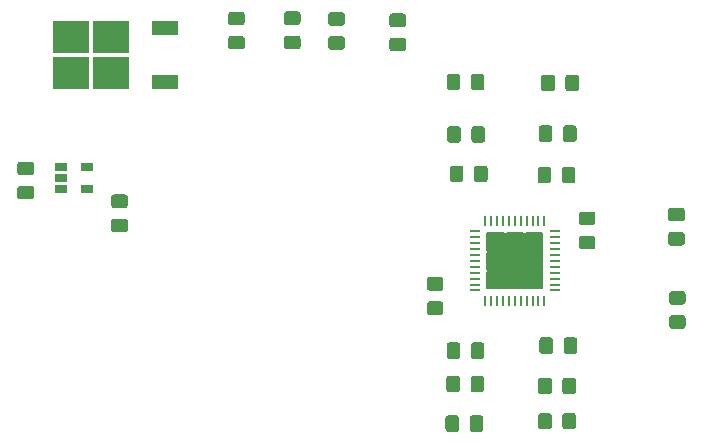
<source format=gbr>
G04 #@! TF.GenerationSoftware,KiCad,Pcbnew,(5.1.5)-3*
G04 #@! TF.CreationDate,2021-03-16T03:38:43-05:00*
G04 #@! TF.ProjectId,SimpleBuildSoundsAmp,53696d70-6c65-4427-9569-6c64536f756e,rev?*
G04 #@! TF.SameCoordinates,Original*
G04 #@! TF.FileFunction,Paste,Bot*
G04 #@! TF.FilePolarity,Positive*
%FSLAX46Y46*%
G04 Gerber Fmt 4.6, Leading zero omitted, Abs format (unit mm)*
G04 Created by KiCad (PCBNEW (5.1.5)-3) date 2021-03-16 03:38:43*
%MOMM*%
%LPD*%
G04 APERTURE LIST*
%ADD10C,0.152400*%
%ADD11C,0.100000*%
%ADD12R,2.200000X1.200000*%
%ADD13R,3.050000X2.750000*%
%ADD14R,0.965200X0.254000*%
%ADD15R,0.254000X0.965200*%
%ADD16R,4.851400X4.851400*%
%ADD17R,1.060000X0.650000*%
G04 APERTURE END LIST*
D10*
X187875700Y-70116434D02*
X186458566Y-70116434D01*
X187875700Y-68699300D02*
X187875700Y-70116434D01*
X186458566Y-68699300D02*
X187875700Y-68699300D01*
X186458566Y-70116434D02*
X186458566Y-68699300D01*
X187875700Y-71733567D02*
X186458566Y-71733567D01*
X187875700Y-70316433D02*
X187875700Y-71733567D01*
X186458566Y-70316433D02*
X187875700Y-70316433D01*
X186458566Y-71733567D02*
X186458566Y-70316433D01*
X187875700Y-73350700D02*
X186458566Y-73350700D01*
X187875700Y-71933566D02*
X187875700Y-73350700D01*
X186458566Y-71933566D02*
X187875700Y-71933566D01*
X186458566Y-73350700D02*
X186458566Y-71933566D01*
X186258567Y-70116434D02*
X184841433Y-70116434D01*
X186258567Y-68699300D02*
X186258567Y-70116434D01*
X184841433Y-68699300D02*
X186258567Y-68699300D01*
X184841433Y-70116434D02*
X184841433Y-68699300D01*
X186258567Y-71733567D02*
X184841433Y-71733567D01*
X186258567Y-70316433D02*
X186258567Y-71733567D01*
X184841433Y-70316433D02*
X186258567Y-70316433D01*
X184841433Y-71733567D02*
X184841433Y-70316433D01*
X186258567Y-73350700D02*
X184841433Y-73350700D01*
X186258567Y-71933566D02*
X186258567Y-73350700D01*
X184841433Y-71933566D02*
X186258567Y-71933566D01*
X184841433Y-73350700D02*
X184841433Y-71933566D01*
X184641434Y-70116434D02*
X183224300Y-70116434D01*
X184641434Y-68699300D02*
X184641434Y-70116434D01*
X183224300Y-68699300D02*
X184641434Y-68699300D01*
X183224300Y-70116434D02*
X183224300Y-68699300D01*
X184641434Y-71733567D02*
X183224300Y-71733567D01*
X184641434Y-70316433D02*
X184641434Y-71733567D01*
X183224300Y-70316433D02*
X184641434Y-70316433D01*
X183224300Y-71733567D02*
X183224300Y-70316433D01*
X184641434Y-73350700D02*
X183224300Y-73350700D01*
X184641434Y-71933566D02*
X184641434Y-73350700D01*
X183224300Y-71933566D02*
X184641434Y-71933566D01*
X183224300Y-73350700D02*
X183224300Y-71933566D01*
D11*
G36*
X182749505Y-55176204D02*
G01*
X182773773Y-55179804D01*
X182797572Y-55185765D01*
X182820671Y-55194030D01*
X182842850Y-55204520D01*
X182863893Y-55217132D01*
X182883599Y-55231747D01*
X182901777Y-55248223D01*
X182918253Y-55266401D01*
X182932868Y-55286107D01*
X182945480Y-55307150D01*
X182955970Y-55329329D01*
X182964235Y-55352428D01*
X182970196Y-55376227D01*
X182973796Y-55400495D01*
X182975000Y-55424999D01*
X182975000Y-56325001D01*
X182973796Y-56349505D01*
X182970196Y-56373773D01*
X182964235Y-56397572D01*
X182955970Y-56420671D01*
X182945480Y-56442850D01*
X182932868Y-56463893D01*
X182918253Y-56483599D01*
X182901777Y-56501777D01*
X182883599Y-56518253D01*
X182863893Y-56532868D01*
X182842850Y-56545480D01*
X182820671Y-56555970D01*
X182797572Y-56564235D01*
X182773773Y-56570196D01*
X182749505Y-56573796D01*
X182725001Y-56575000D01*
X182074999Y-56575000D01*
X182050495Y-56573796D01*
X182026227Y-56570196D01*
X182002428Y-56564235D01*
X181979329Y-56555970D01*
X181957150Y-56545480D01*
X181936107Y-56532868D01*
X181916401Y-56518253D01*
X181898223Y-56501777D01*
X181881747Y-56483599D01*
X181867132Y-56463893D01*
X181854520Y-56442850D01*
X181844030Y-56420671D01*
X181835765Y-56397572D01*
X181829804Y-56373773D01*
X181826204Y-56349505D01*
X181825000Y-56325001D01*
X181825000Y-55424999D01*
X181826204Y-55400495D01*
X181829804Y-55376227D01*
X181835765Y-55352428D01*
X181844030Y-55329329D01*
X181854520Y-55307150D01*
X181867132Y-55286107D01*
X181881747Y-55266401D01*
X181898223Y-55248223D01*
X181916401Y-55231747D01*
X181936107Y-55217132D01*
X181957150Y-55204520D01*
X181979329Y-55194030D01*
X182002428Y-55185765D01*
X182026227Y-55179804D01*
X182050495Y-55176204D01*
X182074999Y-55175000D01*
X182725001Y-55175000D01*
X182749505Y-55176204D01*
G37*
G36*
X180699505Y-55176204D02*
G01*
X180723773Y-55179804D01*
X180747572Y-55185765D01*
X180770671Y-55194030D01*
X180792850Y-55204520D01*
X180813893Y-55217132D01*
X180833599Y-55231747D01*
X180851777Y-55248223D01*
X180868253Y-55266401D01*
X180882868Y-55286107D01*
X180895480Y-55307150D01*
X180905970Y-55329329D01*
X180914235Y-55352428D01*
X180920196Y-55376227D01*
X180923796Y-55400495D01*
X180925000Y-55424999D01*
X180925000Y-56325001D01*
X180923796Y-56349505D01*
X180920196Y-56373773D01*
X180914235Y-56397572D01*
X180905970Y-56420671D01*
X180895480Y-56442850D01*
X180882868Y-56463893D01*
X180868253Y-56483599D01*
X180851777Y-56501777D01*
X180833599Y-56518253D01*
X180813893Y-56532868D01*
X180792850Y-56545480D01*
X180770671Y-56555970D01*
X180747572Y-56564235D01*
X180723773Y-56570196D01*
X180699505Y-56573796D01*
X180675001Y-56575000D01*
X180024999Y-56575000D01*
X180000495Y-56573796D01*
X179976227Y-56570196D01*
X179952428Y-56564235D01*
X179929329Y-56555970D01*
X179907150Y-56545480D01*
X179886107Y-56532868D01*
X179866401Y-56518253D01*
X179848223Y-56501777D01*
X179831747Y-56483599D01*
X179817132Y-56463893D01*
X179804520Y-56442850D01*
X179794030Y-56420671D01*
X179785765Y-56397572D01*
X179779804Y-56373773D01*
X179776204Y-56349505D01*
X179775000Y-56325001D01*
X179775000Y-55424999D01*
X179776204Y-55400495D01*
X179779804Y-55376227D01*
X179785765Y-55352428D01*
X179794030Y-55329329D01*
X179804520Y-55307150D01*
X179817132Y-55286107D01*
X179831747Y-55266401D01*
X179848223Y-55248223D01*
X179866401Y-55231747D01*
X179886107Y-55217132D01*
X179907150Y-55204520D01*
X179929329Y-55194030D01*
X179952428Y-55185765D01*
X179976227Y-55179804D01*
X180000495Y-55176204D01*
X180024999Y-55175000D01*
X180675001Y-55175000D01*
X180699505Y-55176204D01*
G37*
G36*
X190749505Y-55251204D02*
G01*
X190773773Y-55254804D01*
X190797572Y-55260765D01*
X190820671Y-55269030D01*
X190842850Y-55279520D01*
X190863893Y-55292132D01*
X190883599Y-55306747D01*
X190901777Y-55323223D01*
X190918253Y-55341401D01*
X190932868Y-55361107D01*
X190945480Y-55382150D01*
X190955970Y-55404329D01*
X190964235Y-55427428D01*
X190970196Y-55451227D01*
X190973796Y-55475495D01*
X190975000Y-55499999D01*
X190975000Y-56400001D01*
X190973796Y-56424505D01*
X190970196Y-56448773D01*
X190964235Y-56472572D01*
X190955970Y-56495671D01*
X190945480Y-56517850D01*
X190932868Y-56538893D01*
X190918253Y-56558599D01*
X190901777Y-56576777D01*
X190883599Y-56593253D01*
X190863893Y-56607868D01*
X190842850Y-56620480D01*
X190820671Y-56630970D01*
X190797572Y-56639235D01*
X190773773Y-56645196D01*
X190749505Y-56648796D01*
X190725001Y-56650000D01*
X190074999Y-56650000D01*
X190050495Y-56648796D01*
X190026227Y-56645196D01*
X190002428Y-56639235D01*
X189979329Y-56630970D01*
X189957150Y-56620480D01*
X189936107Y-56607868D01*
X189916401Y-56593253D01*
X189898223Y-56576777D01*
X189881747Y-56558599D01*
X189867132Y-56538893D01*
X189854520Y-56517850D01*
X189844030Y-56495671D01*
X189835765Y-56472572D01*
X189829804Y-56448773D01*
X189826204Y-56424505D01*
X189825000Y-56400001D01*
X189825000Y-55499999D01*
X189826204Y-55475495D01*
X189829804Y-55451227D01*
X189835765Y-55427428D01*
X189844030Y-55404329D01*
X189854520Y-55382150D01*
X189867132Y-55361107D01*
X189881747Y-55341401D01*
X189898223Y-55323223D01*
X189916401Y-55306747D01*
X189936107Y-55292132D01*
X189957150Y-55279520D01*
X189979329Y-55269030D01*
X190002428Y-55260765D01*
X190026227Y-55254804D01*
X190050495Y-55251204D01*
X190074999Y-55250000D01*
X190725001Y-55250000D01*
X190749505Y-55251204D01*
G37*
G36*
X188699505Y-55251204D02*
G01*
X188723773Y-55254804D01*
X188747572Y-55260765D01*
X188770671Y-55269030D01*
X188792850Y-55279520D01*
X188813893Y-55292132D01*
X188833599Y-55306747D01*
X188851777Y-55323223D01*
X188868253Y-55341401D01*
X188882868Y-55361107D01*
X188895480Y-55382150D01*
X188905970Y-55404329D01*
X188914235Y-55427428D01*
X188920196Y-55451227D01*
X188923796Y-55475495D01*
X188925000Y-55499999D01*
X188925000Y-56400001D01*
X188923796Y-56424505D01*
X188920196Y-56448773D01*
X188914235Y-56472572D01*
X188905970Y-56495671D01*
X188895480Y-56517850D01*
X188882868Y-56538893D01*
X188868253Y-56558599D01*
X188851777Y-56576777D01*
X188833599Y-56593253D01*
X188813893Y-56607868D01*
X188792850Y-56620480D01*
X188770671Y-56630970D01*
X188747572Y-56639235D01*
X188723773Y-56645196D01*
X188699505Y-56648796D01*
X188675001Y-56650000D01*
X188024999Y-56650000D01*
X188000495Y-56648796D01*
X187976227Y-56645196D01*
X187952428Y-56639235D01*
X187929329Y-56630970D01*
X187907150Y-56620480D01*
X187886107Y-56607868D01*
X187866401Y-56593253D01*
X187848223Y-56576777D01*
X187831747Y-56558599D01*
X187817132Y-56538893D01*
X187804520Y-56517850D01*
X187794030Y-56495671D01*
X187785765Y-56472572D01*
X187779804Y-56448773D01*
X187776204Y-56424505D01*
X187775000Y-56400001D01*
X187775000Y-55499999D01*
X187776204Y-55475495D01*
X187779804Y-55451227D01*
X187785765Y-55427428D01*
X187794030Y-55404329D01*
X187804520Y-55382150D01*
X187817132Y-55361107D01*
X187831747Y-55341401D01*
X187848223Y-55323223D01*
X187866401Y-55306747D01*
X187886107Y-55292132D01*
X187907150Y-55279520D01*
X187929329Y-55269030D01*
X187952428Y-55260765D01*
X187976227Y-55254804D01*
X188000495Y-55251204D01*
X188024999Y-55250000D01*
X188675001Y-55250000D01*
X188699505Y-55251204D01*
G37*
G36*
X162449505Y-51976204D02*
G01*
X162473773Y-51979804D01*
X162497572Y-51985765D01*
X162520671Y-51994030D01*
X162542850Y-52004520D01*
X162563893Y-52017132D01*
X162583599Y-52031747D01*
X162601777Y-52048223D01*
X162618253Y-52066401D01*
X162632868Y-52086107D01*
X162645480Y-52107150D01*
X162655970Y-52129329D01*
X162664235Y-52152428D01*
X162670196Y-52176227D01*
X162673796Y-52200495D01*
X162675000Y-52224999D01*
X162675000Y-52875001D01*
X162673796Y-52899505D01*
X162670196Y-52923773D01*
X162664235Y-52947572D01*
X162655970Y-52970671D01*
X162645480Y-52992850D01*
X162632868Y-53013893D01*
X162618253Y-53033599D01*
X162601777Y-53051777D01*
X162583599Y-53068253D01*
X162563893Y-53082868D01*
X162542850Y-53095480D01*
X162520671Y-53105970D01*
X162497572Y-53114235D01*
X162473773Y-53120196D01*
X162449505Y-53123796D01*
X162425001Y-53125000D01*
X161524999Y-53125000D01*
X161500495Y-53123796D01*
X161476227Y-53120196D01*
X161452428Y-53114235D01*
X161429329Y-53105970D01*
X161407150Y-53095480D01*
X161386107Y-53082868D01*
X161366401Y-53068253D01*
X161348223Y-53051777D01*
X161331747Y-53033599D01*
X161317132Y-53013893D01*
X161304520Y-52992850D01*
X161294030Y-52970671D01*
X161285765Y-52947572D01*
X161279804Y-52923773D01*
X161276204Y-52899505D01*
X161275000Y-52875001D01*
X161275000Y-52224999D01*
X161276204Y-52200495D01*
X161279804Y-52176227D01*
X161285765Y-52152428D01*
X161294030Y-52129329D01*
X161304520Y-52107150D01*
X161317132Y-52086107D01*
X161331747Y-52066401D01*
X161348223Y-52048223D01*
X161366401Y-52031747D01*
X161386107Y-52017132D01*
X161407150Y-52004520D01*
X161429329Y-51994030D01*
X161452428Y-51985765D01*
X161476227Y-51979804D01*
X161500495Y-51976204D01*
X161524999Y-51975000D01*
X162425001Y-51975000D01*
X162449505Y-51976204D01*
G37*
G36*
X162449505Y-49926204D02*
G01*
X162473773Y-49929804D01*
X162497572Y-49935765D01*
X162520671Y-49944030D01*
X162542850Y-49954520D01*
X162563893Y-49967132D01*
X162583599Y-49981747D01*
X162601777Y-49998223D01*
X162618253Y-50016401D01*
X162632868Y-50036107D01*
X162645480Y-50057150D01*
X162655970Y-50079329D01*
X162664235Y-50102428D01*
X162670196Y-50126227D01*
X162673796Y-50150495D01*
X162675000Y-50174999D01*
X162675000Y-50825001D01*
X162673796Y-50849505D01*
X162670196Y-50873773D01*
X162664235Y-50897572D01*
X162655970Y-50920671D01*
X162645480Y-50942850D01*
X162632868Y-50963893D01*
X162618253Y-50983599D01*
X162601777Y-51001777D01*
X162583599Y-51018253D01*
X162563893Y-51032868D01*
X162542850Y-51045480D01*
X162520671Y-51055970D01*
X162497572Y-51064235D01*
X162473773Y-51070196D01*
X162449505Y-51073796D01*
X162425001Y-51075000D01*
X161524999Y-51075000D01*
X161500495Y-51073796D01*
X161476227Y-51070196D01*
X161452428Y-51064235D01*
X161429329Y-51055970D01*
X161407150Y-51045480D01*
X161386107Y-51032868D01*
X161366401Y-51018253D01*
X161348223Y-51001777D01*
X161331747Y-50983599D01*
X161317132Y-50963893D01*
X161304520Y-50942850D01*
X161294030Y-50920671D01*
X161285765Y-50897572D01*
X161279804Y-50873773D01*
X161276204Y-50849505D01*
X161275000Y-50825001D01*
X161275000Y-50174999D01*
X161276204Y-50150495D01*
X161279804Y-50126227D01*
X161285765Y-50102428D01*
X161294030Y-50079329D01*
X161304520Y-50057150D01*
X161317132Y-50036107D01*
X161331747Y-50016401D01*
X161348223Y-49998223D01*
X161366401Y-49981747D01*
X161386107Y-49967132D01*
X161407150Y-49954520D01*
X161429329Y-49944030D01*
X161452428Y-49935765D01*
X161476227Y-49929804D01*
X161500495Y-49926204D01*
X161524999Y-49925000D01*
X162425001Y-49925000D01*
X162449505Y-49926204D01*
G37*
G36*
X167174505Y-51951204D02*
G01*
X167198773Y-51954804D01*
X167222572Y-51960765D01*
X167245671Y-51969030D01*
X167267850Y-51979520D01*
X167288893Y-51992132D01*
X167308599Y-52006747D01*
X167326777Y-52023223D01*
X167343253Y-52041401D01*
X167357868Y-52061107D01*
X167370480Y-52082150D01*
X167380970Y-52104329D01*
X167389235Y-52127428D01*
X167395196Y-52151227D01*
X167398796Y-52175495D01*
X167400000Y-52199999D01*
X167400000Y-52850001D01*
X167398796Y-52874505D01*
X167395196Y-52898773D01*
X167389235Y-52922572D01*
X167380970Y-52945671D01*
X167370480Y-52967850D01*
X167357868Y-52988893D01*
X167343253Y-53008599D01*
X167326777Y-53026777D01*
X167308599Y-53043253D01*
X167288893Y-53057868D01*
X167267850Y-53070480D01*
X167245671Y-53080970D01*
X167222572Y-53089235D01*
X167198773Y-53095196D01*
X167174505Y-53098796D01*
X167150001Y-53100000D01*
X166249999Y-53100000D01*
X166225495Y-53098796D01*
X166201227Y-53095196D01*
X166177428Y-53089235D01*
X166154329Y-53080970D01*
X166132150Y-53070480D01*
X166111107Y-53057868D01*
X166091401Y-53043253D01*
X166073223Y-53026777D01*
X166056747Y-53008599D01*
X166042132Y-52988893D01*
X166029520Y-52967850D01*
X166019030Y-52945671D01*
X166010765Y-52922572D01*
X166004804Y-52898773D01*
X166001204Y-52874505D01*
X166000000Y-52850001D01*
X166000000Y-52199999D01*
X166001204Y-52175495D01*
X166004804Y-52151227D01*
X166010765Y-52127428D01*
X166019030Y-52104329D01*
X166029520Y-52082150D01*
X166042132Y-52061107D01*
X166056747Y-52041401D01*
X166073223Y-52023223D01*
X166091401Y-52006747D01*
X166111107Y-51992132D01*
X166132150Y-51979520D01*
X166154329Y-51969030D01*
X166177428Y-51960765D01*
X166201227Y-51954804D01*
X166225495Y-51951204D01*
X166249999Y-51950000D01*
X167150001Y-51950000D01*
X167174505Y-51951204D01*
G37*
G36*
X167174505Y-49901204D02*
G01*
X167198773Y-49904804D01*
X167222572Y-49910765D01*
X167245671Y-49919030D01*
X167267850Y-49929520D01*
X167288893Y-49942132D01*
X167308599Y-49956747D01*
X167326777Y-49973223D01*
X167343253Y-49991401D01*
X167357868Y-50011107D01*
X167370480Y-50032150D01*
X167380970Y-50054329D01*
X167389235Y-50077428D01*
X167395196Y-50101227D01*
X167398796Y-50125495D01*
X167400000Y-50149999D01*
X167400000Y-50800001D01*
X167398796Y-50824505D01*
X167395196Y-50848773D01*
X167389235Y-50872572D01*
X167380970Y-50895671D01*
X167370480Y-50917850D01*
X167357868Y-50938893D01*
X167343253Y-50958599D01*
X167326777Y-50976777D01*
X167308599Y-50993253D01*
X167288893Y-51007868D01*
X167267850Y-51020480D01*
X167245671Y-51030970D01*
X167222572Y-51039235D01*
X167198773Y-51045196D01*
X167174505Y-51048796D01*
X167150001Y-51050000D01*
X166249999Y-51050000D01*
X166225495Y-51048796D01*
X166201227Y-51045196D01*
X166177428Y-51039235D01*
X166154329Y-51030970D01*
X166132150Y-51020480D01*
X166111107Y-51007868D01*
X166091401Y-50993253D01*
X166073223Y-50976777D01*
X166056747Y-50958599D01*
X166042132Y-50938893D01*
X166029520Y-50917850D01*
X166019030Y-50895671D01*
X166010765Y-50872572D01*
X166004804Y-50848773D01*
X166001204Y-50824505D01*
X166000000Y-50800001D01*
X166000000Y-50149999D01*
X166001204Y-50125495D01*
X166004804Y-50101227D01*
X166010765Y-50077428D01*
X166019030Y-50054329D01*
X166029520Y-50032150D01*
X166042132Y-50011107D01*
X166056747Y-49991401D01*
X166073223Y-49973223D01*
X166091401Y-49956747D01*
X166111107Y-49942132D01*
X166132150Y-49929520D01*
X166154329Y-49919030D01*
X166177428Y-49910765D01*
X166201227Y-49904804D01*
X166225495Y-49901204D01*
X166249999Y-49900000D01*
X167150001Y-49900000D01*
X167174505Y-49901204D01*
G37*
G36*
X170924505Y-49951204D02*
G01*
X170948773Y-49954804D01*
X170972572Y-49960765D01*
X170995671Y-49969030D01*
X171017850Y-49979520D01*
X171038893Y-49992132D01*
X171058599Y-50006747D01*
X171076777Y-50023223D01*
X171093253Y-50041401D01*
X171107868Y-50061107D01*
X171120480Y-50082150D01*
X171130970Y-50104329D01*
X171139235Y-50127428D01*
X171145196Y-50151227D01*
X171148796Y-50175495D01*
X171150000Y-50199999D01*
X171150000Y-50850001D01*
X171148796Y-50874505D01*
X171145196Y-50898773D01*
X171139235Y-50922572D01*
X171130970Y-50945671D01*
X171120480Y-50967850D01*
X171107868Y-50988893D01*
X171093253Y-51008599D01*
X171076777Y-51026777D01*
X171058599Y-51043253D01*
X171038893Y-51057868D01*
X171017850Y-51070480D01*
X170995671Y-51080970D01*
X170972572Y-51089235D01*
X170948773Y-51095196D01*
X170924505Y-51098796D01*
X170900001Y-51100000D01*
X169999999Y-51100000D01*
X169975495Y-51098796D01*
X169951227Y-51095196D01*
X169927428Y-51089235D01*
X169904329Y-51080970D01*
X169882150Y-51070480D01*
X169861107Y-51057868D01*
X169841401Y-51043253D01*
X169823223Y-51026777D01*
X169806747Y-51008599D01*
X169792132Y-50988893D01*
X169779520Y-50967850D01*
X169769030Y-50945671D01*
X169760765Y-50922572D01*
X169754804Y-50898773D01*
X169751204Y-50874505D01*
X169750000Y-50850001D01*
X169750000Y-50199999D01*
X169751204Y-50175495D01*
X169754804Y-50151227D01*
X169760765Y-50127428D01*
X169769030Y-50104329D01*
X169779520Y-50082150D01*
X169792132Y-50061107D01*
X169806747Y-50041401D01*
X169823223Y-50023223D01*
X169841401Y-50006747D01*
X169861107Y-49992132D01*
X169882150Y-49979520D01*
X169904329Y-49969030D01*
X169927428Y-49960765D01*
X169951227Y-49954804D01*
X169975495Y-49951204D01*
X169999999Y-49950000D01*
X170900001Y-49950000D01*
X170924505Y-49951204D01*
G37*
G36*
X170924505Y-52001204D02*
G01*
X170948773Y-52004804D01*
X170972572Y-52010765D01*
X170995671Y-52019030D01*
X171017850Y-52029520D01*
X171038893Y-52042132D01*
X171058599Y-52056747D01*
X171076777Y-52073223D01*
X171093253Y-52091401D01*
X171107868Y-52111107D01*
X171120480Y-52132150D01*
X171130970Y-52154329D01*
X171139235Y-52177428D01*
X171145196Y-52201227D01*
X171148796Y-52225495D01*
X171150000Y-52249999D01*
X171150000Y-52900001D01*
X171148796Y-52924505D01*
X171145196Y-52948773D01*
X171139235Y-52972572D01*
X171130970Y-52995671D01*
X171120480Y-53017850D01*
X171107868Y-53038893D01*
X171093253Y-53058599D01*
X171076777Y-53076777D01*
X171058599Y-53093253D01*
X171038893Y-53107868D01*
X171017850Y-53120480D01*
X170995671Y-53130970D01*
X170972572Y-53139235D01*
X170948773Y-53145196D01*
X170924505Y-53148796D01*
X170900001Y-53150000D01*
X169999999Y-53150000D01*
X169975495Y-53148796D01*
X169951227Y-53145196D01*
X169927428Y-53139235D01*
X169904329Y-53130970D01*
X169882150Y-53120480D01*
X169861107Y-53107868D01*
X169841401Y-53093253D01*
X169823223Y-53076777D01*
X169806747Y-53058599D01*
X169792132Y-53038893D01*
X169779520Y-53017850D01*
X169769030Y-52995671D01*
X169760765Y-52972572D01*
X169754804Y-52948773D01*
X169751204Y-52924505D01*
X169750000Y-52900001D01*
X169750000Y-52249999D01*
X169751204Y-52225495D01*
X169754804Y-52201227D01*
X169760765Y-52177428D01*
X169769030Y-52154329D01*
X169779520Y-52132150D01*
X169792132Y-52111107D01*
X169806747Y-52091401D01*
X169823223Y-52073223D01*
X169841401Y-52056747D01*
X169861107Y-52042132D01*
X169882150Y-52029520D01*
X169904329Y-52019030D01*
X169927428Y-52010765D01*
X169951227Y-52004804D01*
X169975495Y-52001204D01*
X169999999Y-52000000D01*
X170900001Y-52000000D01*
X170924505Y-52001204D01*
G37*
G36*
X176099505Y-52126204D02*
G01*
X176123773Y-52129804D01*
X176147572Y-52135765D01*
X176170671Y-52144030D01*
X176192850Y-52154520D01*
X176213893Y-52167132D01*
X176233599Y-52181747D01*
X176251777Y-52198223D01*
X176268253Y-52216401D01*
X176282868Y-52236107D01*
X176295480Y-52257150D01*
X176305970Y-52279329D01*
X176314235Y-52302428D01*
X176320196Y-52326227D01*
X176323796Y-52350495D01*
X176325000Y-52374999D01*
X176325000Y-53025001D01*
X176323796Y-53049505D01*
X176320196Y-53073773D01*
X176314235Y-53097572D01*
X176305970Y-53120671D01*
X176295480Y-53142850D01*
X176282868Y-53163893D01*
X176268253Y-53183599D01*
X176251777Y-53201777D01*
X176233599Y-53218253D01*
X176213893Y-53232868D01*
X176192850Y-53245480D01*
X176170671Y-53255970D01*
X176147572Y-53264235D01*
X176123773Y-53270196D01*
X176099505Y-53273796D01*
X176075001Y-53275000D01*
X175174999Y-53275000D01*
X175150495Y-53273796D01*
X175126227Y-53270196D01*
X175102428Y-53264235D01*
X175079329Y-53255970D01*
X175057150Y-53245480D01*
X175036107Y-53232868D01*
X175016401Y-53218253D01*
X174998223Y-53201777D01*
X174981747Y-53183599D01*
X174967132Y-53163893D01*
X174954520Y-53142850D01*
X174944030Y-53120671D01*
X174935765Y-53097572D01*
X174929804Y-53073773D01*
X174926204Y-53049505D01*
X174925000Y-53025001D01*
X174925000Y-52374999D01*
X174926204Y-52350495D01*
X174929804Y-52326227D01*
X174935765Y-52302428D01*
X174944030Y-52279329D01*
X174954520Y-52257150D01*
X174967132Y-52236107D01*
X174981747Y-52216401D01*
X174998223Y-52198223D01*
X175016401Y-52181747D01*
X175036107Y-52167132D01*
X175057150Y-52154520D01*
X175079329Y-52144030D01*
X175102428Y-52135765D01*
X175126227Y-52129804D01*
X175150495Y-52126204D01*
X175174999Y-52125000D01*
X176075001Y-52125000D01*
X176099505Y-52126204D01*
G37*
G36*
X176099505Y-50076204D02*
G01*
X176123773Y-50079804D01*
X176147572Y-50085765D01*
X176170671Y-50094030D01*
X176192850Y-50104520D01*
X176213893Y-50117132D01*
X176233599Y-50131747D01*
X176251777Y-50148223D01*
X176268253Y-50166401D01*
X176282868Y-50186107D01*
X176295480Y-50207150D01*
X176305970Y-50229329D01*
X176314235Y-50252428D01*
X176320196Y-50276227D01*
X176323796Y-50300495D01*
X176325000Y-50324999D01*
X176325000Y-50975001D01*
X176323796Y-50999505D01*
X176320196Y-51023773D01*
X176314235Y-51047572D01*
X176305970Y-51070671D01*
X176295480Y-51092850D01*
X176282868Y-51113893D01*
X176268253Y-51133599D01*
X176251777Y-51151777D01*
X176233599Y-51168253D01*
X176213893Y-51182868D01*
X176192850Y-51195480D01*
X176170671Y-51205970D01*
X176147572Y-51214235D01*
X176123773Y-51220196D01*
X176099505Y-51223796D01*
X176075001Y-51225000D01*
X175174999Y-51225000D01*
X175150495Y-51223796D01*
X175126227Y-51220196D01*
X175102428Y-51214235D01*
X175079329Y-51205970D01*
X175057150Y-51195480D01*
X175036107Y-51182868D01*
X175016401Y-51168253D01*
X174998223Y-51151777D01*
X174981747Y-51133599D01*
X174967132Y-51113893D01*
X174954520Y-51092850D01*
X174944030Y-51070671D01*
X174935765Y-51047572D01*
X174929804Y-51023773D01*
X174926204Y-50999505D01*
X174925000Y-50975001D01*
X174925000Y-50324999D01*
X174926204Y-50300495D01*
X174929804Y-50276227D01*
X174935765Y-50252428D01*
X174944030Y-50229329D01*
X174954520Y-50207150D01*
X174967132Y-50186107D01*
X174981747Y-50166401D01*
X174998223Y-50148223D01*
X175016401Y-50131747D01*
X175036107Y-50117132D01*
X175057150Y-50104520D01*
X175079329Y-50094030D01*
X175102428Y-50085765D01*
X175126227Y-50079804D01*
X175150495Y-50076204D01*
X175174999Y-50075000D01*
X176075001Y-50075000D01*
X176099505Y-50076204D01*
G37*
G36*
X199699505Y-66526204D02*
G01*
X199723773Y-66529804D01*
X199747572Y-66535765D01*
X199770671Y-66544030D01*
X199792850Y-66554520D01*
X199813893Y-66567132D01*
X199833599Y-66581747D01*
X199851777Y-66598223D01*
X199868253Y-66616401D01*
X199882868Y-66636107D01*
X199895480Y-66657150D01*
X199905970Y-66679329D01*
X199914235Y-66702428D01*
X199920196Y-66726227D01*
X199923796Y-66750495D01*
X199925000Y-66774999D01*
X199925000Y-67425001D01*
X199923796Y-67449505D01*
X199920196Y-67473773D01*
X199914235Y-67497572D01*
X199905970Y-67520671D01*
X199895480Y-67542850D01*
X199882868Y-67563893D01*
X199868253Y-67583599D01*
X199851777Y-67601777D01*
X199833599Y-67618253D01*
X199813893Y-67632868D01*
X199792850Y-67645480D01*
X199770671Y-67655970D01*
X199747572Y-67664235D01*
X199723773Y-67670196D01*
X199699505Y-67673796D01*
X199675001Y-67675000D01*
X198774999Y-67675000D01*
X198750495Y-67673796D01*
X198726227Y-67670196D01*
X198702428Y-67664235D01*
X198679329Y-67655970D01*
X198657150Y-67645480D01*
X198636107Y-67632868D01*
X198616401Y-67618253D01*
X198598223Y-67601777D01*
X198581747Y-67583599D01*
X198567132Y-67563893D01*
X198554520Y-67542850D01*
X198544030Y-67520671D01*
X198535765Y-67497572D01*
X198529804Y-67473773D01*
X198526204Y-67449505D01*
X198525000Y-67425001D01*
X198525000Y-66774999D01*
X198526204Y-66750495D01*
X198529804Y-66726227D01*
X198535765Y-66702428D01*
X198544030Y-66679329D01*
X198554520Y-66657150D01*
X198567132Y-66636107D01*
X198581747Y-66616401D01*
X198598223Y-66598223D01*
X198616401Y-66581747D01*
X198636107Y-66567132D01*
X198657150Y-66554520D01*
X198679329Y-66544030D01*
X198702428Y-66535765D01*
X198726227Y-66529804D01*
X198750495Y-66526204D01*
X198774999Y-66525000D01*
X199675001Y-66525000D01*
X199699505Y-66526204D01*
G37*
G36*
X199699505Y-68576204D02*
G01*
X199723773Y-68579804D01*
X199747572Y-68585765D01*
X199770671Y-68594030D01*
X199792850Y-68604520D01*
X199813893Y-68617132D01*
X199833599Y-68631747D01*
X199851777Y-68648223D01*
X199868253Y-68666401D01*
X199882868Y-68686107D01*
X199895480Y-68707150D01*
X199905970Y-68729329D01*
X199914235Y-68752428D01*
X199920196Y-68776227D01*
X199923796Y-68800495D01*
X199925000Y-68824999D01*
X199925000Y-69475001D01*
X199923796Y-69499505D01*
X199920196Y-69523773D01*
X199914235Y-69547572D01*
X199905970Y-69570671D01*
X199895480Y-69592850D01*
X199882868Y-69613893D01*
X199868253Y-69633599D01*
X199851777Y-69651777D01*
X199833599Y-69668253D01*
X199813893Y-69682868D01*
X199792850Y-69695480D01*
X199770671Y-69705970D01*
X199747572Y-69714235D01*
X199723773Y-69720196D01*
X199699505Y-69723796D01*
X199675001Y-69725000D01*
X198774999Y-69725000D01*
X198750495Y-69723796D01*
X198726227Y-69720196D01*
X198702428Y-69714235D01*
X198679329Y-69705970D01*
X198657150Y-69695480D01*
X198636107Y-69682868D01*
X198616401Y-69668253D01*
X198598223Y-69651777D01*
X198581747Y-69633599D01*
X198567132Y-69613893D01*
X198554520Y-69592850D01*
X198544030Y-69570671D01*
X198535765Y-69547572D01*
X198529804Y-69523773D01*
X198526204Y-69499505D01*
X198525000Y-69475001D01*
X198525000Y-68824999D01*
X198526204Y-68800495D01*
X198529804Y-68776227D01*
X198535765Y-68752428D01*
X198544030Y-68729329D01*
X198554520Y-68707150D01*
X198567132Y-68686107D01*
X198581747Y-68666401D01*
X198598223Y-68648223D01*
X198616401Y-68631747D01*
X198636107Y-68617132D01*
X198657150Y-68604520D01*
X198679329Y-68594030D01*
X198702428Y-68585765D01*
X198726227Y-68579804D01*
X198750495Y-68576204D01*
X198774999Y-68575000D01*
X199675001Y-68575000D01*
X199699505Y-68576204D01*
G37*
G36*
X180699505Y-77926204D02*
G01*
X180723773Y-77929804D01*
X180747572Y-77935765D01*
X180770671Y-77944030D01*
X180792850Y-77954520D01*
X180813893Y-77967132D01*
X180833599Y-77981747D01*
X180851777Y-77998223D01*
X180868253Y-78016401D01*
X180882868Y-78036107D01*
X180895480Y-78057150D01*
X180905970Y-78079329D01*
X180914235Y-78102428D01*
X180920196Y-78126227D01*
X180923796Y-78150495D01*
X180925000Y-78174999D01*
X180925000Y-79075001D01*
X180923796Y-79099505D01*
X180920196Y-79123773D01*
X180914235Y-79147572D01*
X180905970Y-79170671D01*
X180895480Y-79192850D01*
X180882868Y-79213893D01*
X180868253Y-79233599D01*
X180851777Y-79251777D01*
X180833599Y-79268253D01*
X180813893Y-79282868D01*
X180792850Y-79295480D01*
X180770671Y-79305970D01*
X180747572Y-79314235D01*
X180723773Y-79320196D01*
X180699505Y-79323796D01*
X180675001Y-79325000D01*
X180024999Y-79325000D01*
X180000495Y-79323796D01*
X179976227Y-79320196D01*
X179952428Y-79314235D01*
X179929329Y-79305970D01*
X179907150Y-79295480D01*
X179886107Y-79282868D01*
X179866401Y-79268253D01*
X179848223Y-79251777D01*
X179831747Y-79233599D01*
X179817132Y-79213893D01*
X179804520Y-79192850D01*
X179794030Y-79170671D01*
X179785765Y-79147572D01*
X179779804Y-79123773D01*
X179776204Y-79099505D01*
X179775000Y-79075001D01*
X179775000Y-78174999D01*
X179776204Y-78150495D01*
X179779804Y-78126227D01*
X179785765Y-78102428D01*
X179794030Y-78079329D01*
X179804520Y-78057150D01*
X179817132Y-78036107D01*
X179831747Y-78016401D01*
X179848223Y-77998223D01*
X179866401Y-77981747D01*
X179886107Y-77967132D01*
X179907150Y-77954520D01*
X179929329Y-77944030D01*
X179952428Y-77935765D01*
X179976227Y-77929804D01*
X180000495Y-77926204D01*
X180024999Y-77925000D01*
X180675001Y-77925000D01*
X180699505Y-77926204D01*
G37*
G36*
X182749505Y-77926204D02*
G01*
X182773773Y-77929804D01*
X182797572Y-77935765D01*
X182820671Y-77944030D01*
X182842850Y-77954520D01*
X182863893Y-77967132D01*
X182883599Y-77981747D01*
X182901777Y-77998223D01*
X182918253Y-78016401D01*
X182932868Y-78036107D01*
X182945480Y-78057150D01*
X182955970Y-78079329D01*
X182964235Y-78102428D01*
X182970196Y-78126227D01*
X182973796Y-78150495D01*
X182975000Y-78174999D01*
X182975000Y-79075001D01*
X182973796Y-79099505D01*
X182970196Y-79123773D01*
X182964235Y-79147572D01*
X182955970Y-79170671D01*
X182945480Y-79192850D01*
X182932868Y-79213893D01*
X182918253Y-79233599D01*
X182901777Y-79251777D01*
X182883599Y-79268253D01*
X182863893Y-79282868D01*
X182842850Y-79295480D01*
X182820671Y-79305970D01*
X182797572Y-79314235D01*
X182773773Y-79320196D01*
X182749505Y-79323796D01*
X182725001Y-79325000D01*
X182074999Y-79325000D01*
X182050495Y-79323796D01*
X182026227Y-79320196D01*
X182002428Y-79314235D01*
X181979329Y-79305970D01*
X181957150Y-79295480D01*
X181936107Y-79282868D01*
X181916401Y-79268253D01*
X181898223Y-79251777D01*
X181881747Y-79233599D01*
X181867132Y-79213893D01*
X181854520Y-79192850D01*
X181844030Y-79170671D01*
X181835765Y-79147572D01*
X181829804Y-79123773D01*
X181826204Y-79099505D01*
X181825000Y-79075001D01*
X181825000Y-78174999D01*
X181826204Y-78150495D01*
X181829804Y-78126227D01*
X181835765Y-78102428D01*
X181844030Y-78079329D01*
X181854520Y-78057150D01*
X181867132Y-78036107D01*
X181881747Y-78016401D01*
X181898223Y-77998223D01*
X181916401Y-77981747D01*
X181936107Y-77967132D01*
X181957150Y-77954520D01*
X181979329Y-77944030D01*
X182002428Y-77935765D01*
X182026227Y-77929804D01*
X182050495Y-77926204D01*
X182074999Y-77925000D01*
X182725001Y-77925000D01*
X182749505Y-77926204D01*
G37*
G36*
X190599505Y-77501204D02*
G01*
X190623773Y-77504804D01*
X190647572Y-77510765D01*
X190670671Y-77519030D01*
X190692850Y-77529520D01*
X190713893Y-77542132D01*
X190733599Y-77556747D01*
X190751777Y-77573223D01*
X190768253Y-77591401D01*
X190782868Y-77611107D01*
X190795480Y-77632150D01*
X190805970Y-77654329D01*
X190814235Y-77677428D01*
X190820196Y-77701227D01*
X190823796Y-77725495D01*
X190825000Y-77749999D01*
X190825000Y-78650001D01*
X190823796Y-78674505D01*
X190820196Y-78698773D01*
X190814235Y-78722572D01*
X190805970Y-78745671D01*
X190795480Y-78767850D01*
X190782868Y-78788893D01*
X190768253Y-78808599D01*
X190751777Y-78826777D01*
X190733599Y-78843253D01*
X190713893Y-78857868D01*
X190692850Y-78870480D01*
X190670671Y-78880970D01*
X190647572Y-78889235D01*
X190623773Y-78895196D01*
X190599505Y-78898796D01*
X190575001Y-78900000D01*
X189924999Y-78900000D01*
X189900495Y-78898796D01*
X189876227Y-78895196D01*
X189852428Y-78889235D01*
X189829329Y-78880970D01*
X189807150Y-78870480D01*
X189786107Y-78857868D01*
X189766401Y-78843253D01*
X189748223Y-78826777D01*
X189731747Y-78808599D01*
X189717132Y-78788893D01*
X189704520Y-78767850D01*
X189694030Y-78745671D01*
X189685765Y-78722572D01*
X189679804Y-78698773D01*
X189676204Y-78674505D01*
X189675000Y-78650001D01*
X189675000Y-77749999D01*
X189676204Y-77725495D01*
X189679804Y-77701227D01*
X189685765Y-77677428D01*
X189694030Y-77654329D01*
X189704520Y-77632150D01*
X189717132Y-77611107D01*
X189731747Y-77591401D01*
X189748223Y-77573223D01*
X189766401Y-77556747D01*
X189786107Y-77542132D01*
X189807150Y-77529520D01*
X189829329Y-77519030D01*
X189852428Y-77510765D01*
X189876227Y-77504804D01*
X189900495Y-77501204D01*
X189924999Y-77500000D01*
X190575001Y-77500000D01*
X190599505Y-77501204D01*
G37*
G36*
X188549505Y-77501204D02*
G01*
X188573773Y-77504804D01*
X188597572Y-77510765D01*
X188620671Y-77519030D01*
X188642850Y-77529520D01*
X188663893Y-77542132D01*
X188683599Y-77556747D01*
X188701777Y-77573223D01*
X188718253Y-77591401D01*
X188732868Y-77611107D01*
X188745480Y-77632150D01*
X188755970Y-77654329D01*
X188764235Y-77677428D01*
X188770196Y-77701227D01*
X188773796Y-77725495D01*
X188775000Y-77749999D01*
X188775000Y-78650001D01*
X188773796Y-78674505D01*
X188770196Y-78698773D01*
X188764235Y-78722572D01*
X188755970Y-78745671D01*
X188745480Y-78767850D01*
X188732868Y-78788893D01*
X188718253Y-78808599D01*
X188701777Y-78826777D01*
X188683599Y-78843253D01*
X188663893Y-78857868D01*
X188642850Y-78870480D01*
X188620671Y-78880970D01*
X188597572Y-78889235D01*
X188573773Y-78895196D01*
X188549505Y-78898796D01*
X188525001Y-78900000D01*
X187874999Y-78900000D01*
X187850495Y-78898796D01*
X187826227Y-78895196D01*
X187802428Y-78889235D01*
X187779329Y-78880970D01*
X187757150Y-78870480D01*
X187736107Y-78857868D01*
X187716401Y-78843253D01*
X187698223Y-78826777D01*
X187681747Y-78808599D01*
X187667132Y-78788893D01*
X187654520Y-78767850D01*
X187644030Y-78745671D01*
X187635765Y-78722572D01*
X187629804Y-78698773D01*
X187626204Y-78674505D01*
X187625000Y-78650001D01*
X187625000Y-77749999D01*
X187626204Y-77725495D01*
X187629804Y-77701227D01*
X187635765Y-77677428D01*
X187644030Y-77654329D01*
X187654520Y-77632150D01*
X187667132Y-77611107D01*
X187681747Y-77591401D01*
X187698223Y-77573223D01*
X187716401Y-77556747D01*
X187736107Y-77542132D01*
X187757150Y-77529520D01*
X187779329Y-77519030D01*
X187802428Y-77510765D01*
X187826227Y-77504804D01*
X187850495Y-77501204D01*
X187874999Y-77500000D01*
X188525001Y-77500000D01*
X188549505Y-77501204D01*
G37*
G36*
X180599505Y-84101204D02*
G01*
X180623773Y-84104804D01*
X180647572Y-84110765D01*
X180670671Y-84119030D01*
X180692850Y-84129520D01*
X180713893Y-84142132D01*
X180733599Y-84156747D01*
X180751777Y-84173223D01*
X180768253Y-84191401D01*
X180782868Y-84211107D01*
X180795480Y-84232150D01*
X180805970Y-84254329D01*
X180814235Y-84277428D01*
X180820196Y-84301227D01*
X180823796Y-84325495D01*
X180825000Y-84349999D01*
X180825000Y-85250001D01*
X180823796Y-85274505D01*
X180820196Y-85298773D01*
X180814235Y-85322572D01*
X180805970Y-85345671D01*
X180795480Y-85367850D01*
X180782868Y-85388893D01*
X180768253Y-85408599D01*
X180751777Y-85426777D01*
X180733599Y-85443253D01*
X180713893Y-85457868D01*
X180692850Y-85470480D01*
X180670671Y-85480970D01*
X180647572Y-85489235D01*
X180623773Y-85495196D01*
X180599505Y-85498796D01*
X180575001Y-85500000D01*
X179924999Y-85500000D01*
X179900495Y-85498796D01*
X179876227Y-85495196D01*
X179852428Y-85489235D01*
X179829329Y-85480970D01*
X179807150Y-85470480D01*
X179786107Y-85457868D01*
X179766401Y-85443253D01*
X179748223Y-85426777D01*
X179731747Y-85408599D01*
X179717132Y-85388893D01*
X179704520Y-85367850D01*
X179694030Y-85345671D01*
X179685765Y-85322572D01*
X179679804Y-85298773D01*
X179676204Y-85274505D01*
X179675000Y-85250001D01*
X179675000Y-84349999D01*
X179676204Y-84325495D01*
X179679804Y-84301227D01*
X179685765Y-84277428D01*
X179694030Y-84254329D01*
X179704520Y-84232150D01*
X179717132Y-84211107D01*
X179731747Y-84191401D01*
X179748223Y-84173223D01*
X179766401Y-84156747D01*
X179786107Y-84142132D01*
X179807150Y-84129520D01*
X179829329Y-84119030D01*
X179852428Y-84110765D01*
X179876227Y-84104804D01*
X179900495Y-84101204D01*
X179924999Y-84100000D01*
X180575001Y-84100000D01*
X180599505Y-84101204D01*
G37*
G36*
X182649505Y-84101204D02*
G01*
X182673773Y-84104804D01*
X182697572Y-84110765D01*
X182720671Y-84119030D01*
X182742850Y-84129520D01*
X182763893Y-84142132D01*
X182783599Y-84156747D01*
X182801777Y-84173223D01*
X182818253Y-84191401D01*
X182832868Y-84211107D01*
X182845480Y-84232150D01*
X182855970Y-84254329D01*
X182864235Y-84277428D01*
X182870196Y-84301227D01*
X182873796Y-84325495D01*
X182875000Y-84349999D01*
X182875000Y-85250001D01*
X182873796Y-85274505D01*
X182870196Y-85298773D01*
X182864235Y-85322572D01*
X182855970Y-85345671D01*
X182845480Y-85367850D01*
X182832868Y-85388893D01*
X182818253Y-85408599D01*
X182801777Y-85426777D01*
X182783599Y-85443253D01*
X182763893Y-85457868D01*
X182742850Y-85470480D01*
X182720671Y-85480970D01*
X182697572Y-85489235D01*
X182673773Y-85495196D01*
X182649505Y-85498796D01*
X182625001Y-85500000D01*
X181974999Y-85500000D01*
X181950495Y-85498796D01*
X181926227Y-85495196D01*
X181902428Y-85489235D01*
X181879329Y-85480970D01*
X181857150Y-85470480D01*
X181836107Y-85457868D01*
X181816401Y-85443253D01*
X181798223Y-85426777D01*
X181781747Y-85408599D01*
X181767132Y-85388893D01*
X181754520Y-85367850D01*
X181744030Y-85345671D01*
X181735765Y-85322572D01*
X181729804Y-85298773D01*
X181726204Y-85274505D01*
X181725000Y-85250001D01*
X181725000Y-84349999D01*
X181726204Y-84325495D01*
X181729804Y-84301227D01*
X181735765Y-84277428D01*
X181744030Y-84254329D01*
X181754520Y-84232150D01*
X181767132Y-84211107D01*
X181781747Y-84191401D01*
X181798223Y-84173223D01*
X181816401Y-84156747D01*
X181836107Y-84142132D01*
X181857150Y-84129520D01*
X181879329Y-84119030D01*
X181902428Y-84110765D01*
X181926227Y-84104804D01*
X181950495Y-84101204D01*
X181974999Y-84100000D01*
X182625001Y-84100000D01*
X182649505Y-84101204D01*
G37*
G36*
X188449505Y-83901204D02*
G01*
X188473773Y-83904804D01*
X188497572Y-83910765D01*
X188520671Y-83919030D01*
X188542850Y-83929520D01*
X188563893Y-83942132D01*
X188583599Y-83956747D01*
X188601777Y-83973223D01*
X188618253Y-83991401D01*
X188632868Y-84011107D01*
X188645480Y-84032150D01*
X188655970Y-84054329D01*
X188664235Y-84077428D01*
X188670196Y-84101227D01*
X188673796Y-84125495D01*
X188675000Y-84149999D01*
X188675000Y-85050001D01*
X188673796Y-85074505D01*
X188670196Y-85098773D01*
X188664235Y-85122572D01*
X188655970Y-85145671D01*
X188645480Y-85167850D01*
X188632868Y-85188893D01*
X188618253Y-85208599D01*
X188601777Y-85226777D01*
X188583599Y-85243253D01*
X188563893Y-85257868D01*
X188542850Y-85270480D01*
X188520671Y-85280970D01*
X188497572Y-85289235D01*
X188473773Y-85295196D01*
X188449505Y-85298796D01*
X188425001Y-85300000D01*
X187774999Y-85300000D01*
X187750495Y-85298796D01*
X187726227Y-85295196D01*
X187702428Y-85289235D01*
X187679329Y-85280970D01*
X187657150Y-85270480D01*
X187636107Y-85257868D01*
X187616401Y-85243253D01*
X187598223Y-85226777D01*
X187581747Y-85208599D01*
X187567132Y-85188893D01*
X187554520Y-85167850D01*
X187544030Y-85145671D01*
X187535765Y-85122572D01*
X187529804Y-85098773D01*
X187526204Y-85074505D01*
X187525000Y-85050001D01*
X187525000Y-84149999D01*
X187526204Y-84125495D01*
X187529804Y-84101227D01*
X187535765Y-84077428D01*
X187544030Y-84054329D01*
X187554520Y-84032150D01*
X187567132Y-84011107D01*
X187581747Y-83991401D01*
X187598223Y-83973223D01*
X187616401Y-83956747D01*
X187636107Y-83942132D01*
X187657150Y-83929520D01*
X187679329Y-83919030D01*
X187702428Y-83910765D01*
X187726227Y-83904804D01*
X187750495Y-83901204D01*
X187774999Y-83900000D01*
X188425001Y-83900000D01*
X188449505Y-83901204D01*
G37*
G36*
X190499505Y-83901204D02*
G01*
X190523773Y-83904804D01*
X190547572Y-83910765D01*
X190570671Y-83919030D01*
X190592850Y-83929520D01*
X190613893Y-83942132D01*
X190633599Y-83956747D01*
X190651777Y-83973223D01*
X190668253Y-83991401D01*
X190682868Y-84011107D01*
X190695480Y-84032150D01*
X190705970Y-84054329D01*
X190714235Y-84077428D01*
X190720196Y-84101227D01*
X190723796Y-84125495D01*
X190725000Y-84149999D01*
X190725000Y-85050001D01*
X190723796Y-85074505D01*
X190720196Y-85098773D01*
X190714235Y-85122572D01*
X190705970Y-85145671D01*
X190695480Y-85167850D01*
X190682868Y-85188893D01*
X190668253Y-85208599D01*
X190651777Y-85226777D01*
X190633599Y-85243253D01*
X190613893Y-85257868D01*
X190592850Y-85270480D01*
X190570671Y-85280970D01*
X190547572Y-85289235D01*
X190523773Y-85295196D01*
X190499505Y-85298796D01*
X190475001Y-85300000D01*
X189824999Y-85300000D01*
X189800495Y-85298796D01*
X189776227Y-85295196D01*
X189752428Y-85289235D01*
X189729329Y-85280970D01*
X189707150Y-85270480D01*
X189686107Y-85257868D01*
X189666401Y-85243253D01*
X189648223Y-85226777D01*
X189631747Y-85208599D01*
X189617132Y-85188893D01*
X189604520Y-85167850D01*
X189594030Y-85145671D01*
X189585765Y-85122572D01*
X189579804Y-85098773D01*
X189576204Y-85074505D01*
X189575000Y-85050001D01*
X189575000Y-84149999D01*
X189576204Y-84125495D01*
X189579804Y-84101227D01*
X189585765Y-84077428D01*
X189594030Y-84054329D01*
X189604520Y-84032150D01*
X189617132Y-84011107D01*
X189631747Y-83991401D01*
X189648223Y-83973223D01*
X189666401Y-83956747D01*
X189686107Y-83942132D01*
X189707150Y-83929520D01*
X189729329Y-83919030D01*
X189752428Y-83910765D01*
X189776227Y-83904804D01*
X189800495Y-83901204D01*
X189824999Y-83900000D01*
X190475001Y-83900000D01*
X190499505Y-83901204D01*
G37*
G36*
X199774505Y-73576204D02*
G01*
X199798773Y-73579804D01*
X199822572Y-73585765D01*
X199845671Y-73594030D01*
X199867850Y-73604520D01*
X199888893Y-73617132D01*
X199908599Y-73631747D01*
X199926777Y-73648223D01*
X199943253Y-73666401D01*
X199957868Y-73686107D01*
X199970480Y-73707150D01*
X199980970Y-73729329D01*
X199989235Y-73752428D01*
X199995196Y-73776227D01*
X199998796Y-73800495D01*
X200000000Y-73824999D01*
X200000000Y-74475001D01*
X199998796Y-74499505D01*
X199995196Y-74523773D01*
X199989235Y-74547572D01*
X199980970Y-74570671D01*
X199970480Y-74592850D01*
X199957868Y-74613893D01*
X199943253Y-74633599D01*
X199926777Y-74651777D01*
X199908599Y-74668253D01*
X199888893Y-74682868D01*
X199867850Y-74695480D01*
X199845671Y-74705970D01*
X199822572Y-74714235D01*
X199798773Y-74720196D01*
X199774505Y-74723796D01*
X199750001Y-74725000D01*
X198849999Y-74725000D01*
X198825495Y-74723796D01*
X198801227Y-74720196D01*
X198777428Y-74714235D01*
X198754329Y-74705970D01*
X198732150Y-74695480D01*
X198711107Y-74682868D01*
X198691401Y-74668253D01*
X198673223Y-74651777D01*
X198656747Y-74633599D01*
X198642132Y-74613893D01*
X198629520Y-74592850D01*
X198619030Y-74570671D01*
X198610765Y-74547572D01*
X198604804Y-74523773D01*
X198601204Y-74499505D01*
X198600000Y-74475001D01*
X198600000Y-73824999D01*
X198601204Y-73800495D01*
X198604804Y-73776227D01*
X198610765Y-73752428D01*
X198619030Y-73729329D01*
X198629520Y-73707150D01*
X198642132Y-73686107D01*
X198656747Y-73666401D01*
X198673223Y-73648223D01*
X198691401Y-73631747D01*
X198711107Y-73617132D01*
X198732150Y-73604520D01*
X198754329Y-73594030D01*
X198777428Y-73585765D01*
X198801227Y-73579804D01*
X198825495Y-73576204D01*
X198849999Y-73575000D01*
X199750001Y-73575000D01*
X199774505Y-73576204D01*
G37*
G36*
X199774505Y-75626204D02*
G01*
X199798773Y-75629804D01*
X199822572Y-75635765D01*
X199845671Y-75644030D01*
X199867850Y-75654520D01*
X199888893Y-75667132D01*
X199908599Y-75681747D01*
X199926777Y-75698223D01*
X199943253Y-75716401D01*
X199957868Y-75736107D01*
X199970480Y-75757150D01*
X199980970Y-75779329D01*
X199989235Y-75802428D01*
X199995196Y-75826227D01*
X199998796Y-75850495D01*
X200000000Y-75874999D01*
X200000000Y-76525001D01*
X199998796Y-76549505D01*
X199995196Y-76573773D01*
X199989235Y-76597572D01*
X199980970Y-76620671D01*
X199970480Y-76642850D01*
X199957868Y-76663893D01*
X199943253Y-76683599D01*
X199926777Y-76701777D01*
X199908599Y-76718253D01*
X199888893Y-76732868D01*
X199867850Y-76745480D01*
X199845671Y-76755970D01*
X199822572Y-76764235D01*
X199798773Y-76770196D01*
X199774505Y-76773796D01*
X199750001Y-76775000D01*
X198849999Y-76775000D01*
X198825495Y-76773796D01*
X198801227Y-76770196D01*
X198777428Y-76764235D01*
X198754329Y-76755970D01*
X198732150Y-76745480D01*
X198711107Y-76732868D01*
X198691401Y-76718253D01*
X198673223Y-76701777D01*
X198656747Y-76683599D01*
X198642132Y-76663893D01*
X198629520Y-76642850D01*
X198619030Y-76620671D01*
X198610765Y-76597572D01*
X198604804Y-76573773D01*
X198601204Y-76549505D01*
X198600000Y-76525001D01*
X198600000Y-75874999D01*
X198601204Y-75850495D01*
X198604804Y-75826227D01*
X198610765Y-75802428D01*
X198619030Y-75779329D01*
X198629520Y-75757150D01*
X198642132Y-75736107D01*
X198656747Y-75716401D01*
X198673223Y-75698223D01*
X198691401Y-75681747D01*
X198711107Y-75667132D01*
X198732150Y-75654520D01*
X198754329Y-75644030D01*
X198777428Y-75635765D01*
X198801227Y-75629804D01*
X198825495Y-75626204D01*
X198849999Y-75625000D01*
X199750001Y-75625000D01*
X199774505Y-75626204D01*
G37*
G36*
X180674505Y-80751204D02*
G01*
X180698773Y-80754804D01*
X180722572Y-80760765D01*
X180745671Y-80769030D01*
X180767850Y-80779520D01*
X180788893Y-80792132D01*
X180808599Y-80806747D01*
X180826777Y-80823223D01*
X180843253Y-80841401D01*
X180857868Y-80861107D01*
X180870480Y-80882150D01*
X180880970Y-80904329D01*
X180889235Y-80927428D01*
X180895196Y-80951227D01*
X180898796Y-80975495D01*
X180900000Y-80999999D01*
X180900000Y-81900001D01*
X180898796Y-81924505D01*
X180895196Y-81948773D01*
X180889235Y-81972572D01*
X180880970Y-81995671D01*
X180870480Y-82017850D01*
X180857868Y-82038893D01*
X180843253Y-82058599D01*
X180826777Y-82076777D01*
X180808599Y-82093253D01*
X180788893Y-82107868D01*
X180767850Y-82120480D01*
X180745671Y-82130970D01*
X180722572Y-82139235D01*
X180698773Y-82145196D01*
X180674505Y-82148796D01*
X180650001Y-82150000D01*
X179999999Y-82150000D01*
X179975495Y-82148796D01*
X179951227Y-82145196D01*
X179927428Y-82139235D01*
X179904329Y-82130970D01*
X179882150Y-82120480D01*
X179861107Y-82107868D01*
X179841401Y-82093253D01*
X179823223Y-82076777D01*
X179806747Y-82058599D01*
X179792132Y-82038893D01*
X179779520Y-82017850D01*
X179769030Y-81995671D01*
X179760765Y-81972572D01*
X179754804Y-81948773D01*
X179751204Y-81924505D01*
X179750000Y-81900001D01*
X179750000Y-80999999D01*
X179751204Y-80975495D01*
X179754804Y-80951227D01*
X179760765Y-80927428D01*
X179769030Y-80904329D01*
X179779520Y-80882150D01*
X179792132Y-80861107D01*
X179806747Y-80841401D01*
X179823223Y-80823223D01*
X179841401Y-80806747D01*
X179861107Y-80792132D01*
X179882150Y-80779520D01*
X179904329Y-80769030D01*
X179927428Y-80760765D01*
X179951227Y-80754804D01*
X179975495Y-80751204D01*
X179999999Y-80750000D01*
X180650001Y-80750000D01*
X180674505Y-80751204D01*
G37*
G36*
X182724505Y-80751204D02*
G01*
X182748773Y-80754804D01*
X182772572Y-80760765D01*
X182795671Y-80769030D01*
X182817850Y-80779520D01*
X182838893Y-80792132D01*
X182858599Y-80806747D01*
X182876777Y-80823223D01*
X182893253Y-80841401D01*
X182907868Y-80861107D01*
X182920480Y-80882150D01*
X182930970Y-80904329D01*
X182939235Y-80927428D01*
X182945196Y-80951227D01*
X182948796Y-80975495D01*
X182950000Y-80999999D01*
X182950000Y-81900001D01*
X182948796Y-81924505D01*
X182945196Y-81948773D01*
X182939235Y-81972572D01*
X182930970Y-81995671D01*
X182920480Y-82017850D01*
X182907868Y-82038893D01*
X182893253Y-82058599D01*
X182876777Y-82076777D01*
X182858599Y-82093253D01*
X182838893Y-82107868D01*
X182817850Y-82120480D01*
X182795671Y-82130970D01*
X182772572Y-82139235D01*
X182748773Y-82145196D01*
X182724505Y-82148796D01*
X182700001Y-82150000D01*
X182049999Y-82150000D01*
X182025495Y-82148796D01*
X182001227Y-82145196D01*
X181977428Y-82139235D01*
X181954329Y-82130970D01*
X181932150Y-82120480D01*
X181911107Y-82107868D01*
X181891401Y-82093253D01*
X181873223Y-82076777D01*
X181856747Y-82058599D01*
X181842132Y-82038893D01*
X181829520Y-82017850D01*
X181819030Y-81995671D01*
X181810765Y-81972572D01*
X181804804Y-81948773D01*
X181801204Y-81924505D01*
X181800000Y-81900001D01*
X181800000Y-80999999D01*
X181801204Y-80975495D01*
X181804804Y-80951227D01*
X181810765Y-80927428D01*
X181819030Y-80904329D01*
X181829520Y-80882150D01*
X181842132Y-80861107D01*
X181856747Y-80841401D01*
X181873223Y-80823223D01*
X181891401Y-80806747D01*
X181911107Y-80792132D01*
X181932150Y-80779520D01*
X181954329Y-80769030D01*
X181977428Y-80760765D01*
X182001227Y-80754804D01*
X182025495Y-80751204D01*
X182049999Y-80750000D01*
X182700001Y-80750000D01*
X182724505Y-80751204D01*
G37*
G36*
X190499505Y-80901204D02*
G01*
X190523773Y-80904804D01*
X190547572Y-80910765D01*
X190570671Y-80919030D01*
X190592850Y-80929520D01*
X190613893Y-80942132D01*
X190633599Y-80956747D01*
X190651777Y-80973223D01*
X190668253Y-80991401D01*
X190682868Y-81011107D01*
X190695480Y-81032150D01*
X190705970Y-81054329D01*
X190714235Y-81077428D01*
X190720196Y-81101227D01*
X190723796Y-81125495D01*
X190725000Y-81149999D01*
X190725000Y-82050001D01*
X190723796Y-82074505D01*
X190720196Y-82098773D01*
X190714235Y-82122572D01*
X190705970Y-82145671D01*
X190695480Y-82167850D01*
X190682868Y-82188893D01*
X190668253Y-82208599D01*
X190651777Y-82226777D01*
X190633599Y-82243253D01*
X190613893Y-82257868D01*
X190592850Y-82270480D01*
X190570671Y-82280970D01*
X190547572Y-82289235D01*
X190523773Y-82295196D01*
X190499505Y-82298796D01*
X190475001Y-82300000D01*
X189824999Y-82300000D01*
X189800495Y-82298796D01*
X189776227Y-82295196D01*
X189752428Y-82289235D01*
X189729329Y-82280970D01*
X189707150Y-82270480D01*
X189686107Y-82257868D01*
X189666401Y-82243253D01*
X189648223Y-82226777D01*
X189631747Y-82208599D01*
X189617132Y-82188893D01*
X189604520Y-82167850D01*
X189594030Y-82145671D01*
X189585765Y-82122572D01*
X189579804Y-82098773D01*
X189576204Y-82074505D01*
X189575000Y-82050001D01*
X189575000Y-81149999D01*
X189576204Y-81125495D01*
X189579804Y-81101227D01*
X189585765Y-81077428D01*
X189594030Y-81054329D01*
X189604520Y-81032150D01*
X189617132Y-81011107D01*
X189631747Y-80991401D01*
X189648223Y-80973223D01*
X189666401Y-80956747D01*
X189686107Y-80942132D01*
X189707150Y-80929520D01*
X189729329Y-80919030D01*
X189752428Y-80910765D01*
X189776227Y-80904804D01*
X189800495Y-80901204D01*
X189824999Y-80900000D01*
X190475001Y-80900000D01*
X190499505Y-80901204D01*
G37*
G36*
X188449505Y-80901204D02*
G01*
X188473773Y-80904804D01*
X188497572Y-80910765D01*
X188520671Y-80919030D01*
X188542850Y-80929520D01*
X188563893Y-80942132D01*
X188583599Y-80956747D01*
X188601777Y-80973223D01*
X188618253Y-80991401D01*
X188632868Y-81011107D01*
X188645480Y-81032150D01*
X188655970Y-81054329D01*
X188664235Y-81077428D01*
X188670196Y-81101227D01*
X188673796Y-81125495D01*
X188675000Y-81149999D01*
X188675000Y-82050001D01*
X188673796Y-82074505D01*
X188670196Y-82098773D01*
X188664235Y-82122572D01*
X188655970Y-82145671D01*
X188645480Y-82167850D01*
X188632868Y-82188893D01*
X188618253Y-82208599D01*
X188601777Y-82226777D01*
X188583599Y-82243253D01*
X188563893Y-82257868D01*
X188542850Y-82270480D01*
X188520671Y-82280970D01*
X188497572Y-82289235D01*
X188473773Y-82295196D01*
X188449505Y-82298796D01*
X188425001Y-82300000D01*
X187774999Y-82300000D01*
X187750495Y-82298796D01*
X187726227Y-82295196D01*
X187702428Y-82289235D01*
X187679329Y-82280970D01*
X187657150Y-82270480D01*
X187636107Y-82257868D01*
X187616401Y-82243253D01*
X187598223Y-82226777D01*
X187581747Y-82208599D01*
X187567132Y-82188893D01*
X187554520Y-82167850D01*
X187544030Y-82145671D01*
X187535765Y-82122572D01*
X187529804Y-82098773D01*
X187526204Y-82074505D01*
X187525000Y-82050001D01*
X187525000Y-81149999D01*
X187526204Y-81125495D01*
X187529804Y-81101227D01*
X187535765Y-81077428D01*
X187544030Y-81054329D01*
X187554520Y-81032150D01*
X187567132Y-81011107D01*
X187581747Y-80991401D01*
X187598223Y-80973223D01*
X187616401Y-80956747D01*
X187636107Y-80942132D01*
X187657150Y-80929520D01*
X187679329Y-80919030D01*
X187702428Y-80910765D01*
X187726227Y-80904804D01*
X187750495Y-80901204D01*
X187774999Y-80900000D01*
X188425001Y-80900000D01*
X188449505Y-80901204D01*
G37*
D12*
X155950000Y-51320000D03*
X155950000Y-55880000D03*
D13*
X147975000Y-55125000D03*
X151325000Y-52075000D03*
X147975000Y-52075000D03*
X151325000Y-55125000D03*
D11*
G36*
X180749505Y-59626204D02*
G01*
X180773773Y-59629804D01*
X180797572Y-59635765D01*
X180820671Y-59644030D01*
X180842850Y-59654520D01*
X180863893Y-59667132D01*
X180883599Y-59681747D01*
X180901777Y-59698223D01*
X180918253Y-59716401D01*
X180932868Y-59736107D01*
X180945480Y-59757150D01*
X180955970Y-59779329D01*
X180964235Y-59802428D01*
X180970196Y-59826227D01*
X180973796Y-59850495D01*
X180975000Y-59874999D01*
X180975000Y-60775001D01*
X180973796Y-60799505D01*
X180970196Y-60823773D01*
X180964235Y-60847572D01*
X180955970Y-60870671D01*
X180945480Y-60892850D01*
X180932868Y-60913893D01*
X180918253Y-60933599D01*
X180901777Y-60951777D01*
X180883599Y-60968253D01*
X180863893Y-60982868D01*
X180842850Y-60995480D01*
X180820671Y-61005970D01*
X180797572Y-61014235D01*
X180773773Y-61020196D01*
X180749505Y-61023796D01*
X180725001Y-61025000D01*
X180074999Y-61025000D01*
X180050495Y-61023796D01*
X180026227Y-61020196D01*
X180002428Y-61014235D01*
X179979329Y-61005970D01*
X179957150Y-60995480D01*
X179936107Y-60982868D01*
X179916401Y-60968253D01*
X179898223Y-60951777D01*
X179881747Y-60933599D01*
X179867132Y-60913893D01*
X179854520Y-60892850D01*
X179844030Y-60870671D01*
X179835765Y-60847572D01*
X179829804Y-60823773D01*
X179826204Y-60799505D01*
X179825000Y-60775001D01*
X179825000Y-59874999D01*
X179826204Y-59850495D01*
X179829804Y-59826227D01*
X179835765Y-59802428D01*
X179844030Y-59779329D01*
X179854520Y-59757150D01*
X179867132Y-59736107D01*
X179881747Y-59716401D01*
X179898223Y-59698223D01*
X179916401Y-59681747D01*
X179936107Y-59667132D01*
X179957150Y-59654520D01*
X179979329Y-59644030D01*
X180002428Y-59635765D01*
X180026227Y-59629804D01*
X180050495Y-59626204D01*
X180074999Y-59625000D01*
X180725001Y-59625000D01*
X180749505Y-59626204D01*
G37*
G36*
X182799505Y-59626204D02*
G01*
X182823773Y-59629804D01*
X182847572Y-59635765D01*
X182870671Y-59644030D01*
X182892850Y-59654520D01*
X182913893Y-59667132D01*
X182933599Y-59681747D01*
X182951777Y-59698223D01*
X182968253Y-59716401D01*
X182982868Y-59736107D01*
X182995480Y-59757150D01*
X183005970Y-59779329D01*
X183014235Y-59802428D01*
X183020196Y-59826227D01*
X183023796Y-59850495D01*
X183025000Y-59874999D01*
X183025000Y-60775001D01*
X183023796Y-60799505D01*
X183020196Y-60823773D01*
X183014235Y-60847572D01*
X183005970Y-60870671D01*
X182995480Y-60892850D01*
X182982868Y-60913893D01*
X182968253Y-60933599D01*
X182951777Y-60951777D01*
X182933599Y-60968253D01*
X182913893Y-60982868D01*
X182892850Y-60995480D01*
X182870671Y-61005970D01*
X182847572Y-61014235D01*
X182823773Y-61020196D01*
X182799505Y-61023796D01*
X182775001Y-61025000D01*
X182124999Y-61025000D01*
X182100495Y-61023796D01*
X182076227Y-61020196D01*
X182052428Y-61014235D01*
X182029329Y-61005970D01*
X182007150Y-60995480D01*
X181986107Y-60982868D01*
X181966401Y-60968253D01*
X181948223Y-60951777D01*
X181931747Y-60933599D01*
X181917132Y-60913893D01*
X181904520Y-60892850D01*
X181894030Y-60870671D01*
X181885765Y-60847572D01*
X181879804Y-60823773D01*
X181876204Y-60799505D01*
X181875000Y-60775001D01*
X181875000Y-59874999D01*
X181876204Y-59850495D01*
X181879804Y-59826227D01*
X181885765Y-59802428D01*
X181894030Y-59779329D01*
X181904520Y-59757150D01*
X181917132Y-59736107D01*
X181931747Y-59716401D01*
X181948223Y-59698223D01*
X181966401Y-59681747D01*
X181986107Y-59667132D01*
X182007150Y-59654520D01*
X182029329Y-59644030D01*
X182052428Y-59635765D01*
X182076227Y-59629804D01*
X182100495Y-59626204D01*
X182124999Y-59625000D01*
X182775001Y-59625000D01*
X182799505Y-59626204D01*
G37*
G36*
X188499505Y-59551204D02*
G01*
X188523773Y-59554804D01*
X188547572Y-59560765D01*
X188570671Y-59569030D01*
X188592850Y-59579520D01*
X188613893Y-59592132D01*
X188633599Y-59606747D01*
X188651777Y-59623223D01*
X188668253Y-59641401D01*
X188682868Y-59661107D01*
X188695480Y-59682150D01*
X188705970Y-59704329D01*
X188714235Y-59727428D01*
X188720196Y-59751227D01*
X188723796Y-59775495D01*
X188725000Y-59799999D01*
X188725000Y-60700001D01*
X188723796Y-60724505D01*
X188720196Y-60748773D01*
X188714235Y-60772572D01*
X188705970Y-60795671D01*
X188695480Y-60817850D01*
X188682868Y-60838893D01*
X188668253Y-60858599D01*
X188651777Y-60876777D01*
X188633599Y-60893253D01*
X188613893Y-60907868D01*
X188592850Y-60920480D01*
X188570671Y-60930970D01*
X188547572Y-60939235D01*
X188523773Y-60945196D01*
X188499505Y-60948796D01*
X188475001Y-60950000D01*
X187824999Y-60950000D01*
X187800495Y-60948796D01*
X187776227Y-60945196D01*
X187752428Y-60939235D01*
X187729329Y-60930970D01*
X187707150Y-60920480D01*
X187686107Y-60907868D01*
X187666401Y-60893253D01*
X187648223Y-60876777D01*
X187631747Y-60858599D01*
X187617132Y-60838893D01*
X187604520Y-60817850D01*
X187594030Y-60795671D01*
X187585765Y-60772572D01*
X187579804Y-60748773D01*
X187576204Y-60724505D01*
X187575000Y-60700001D01*
X187575000Y-59799999D01*
X187576204Y-59775495D01*
X187579804Y-59751227D01*
X187585765Y-59727428D01*
X187594030Y-59704329D01*
X187604520Y-59682150D01*
X187617132Y-59661107D01*
X187631747Y-59641401D01*
X187648223Y-59623223D01*
X187666401Y-59606747D01*
X187686107Y-59592132D01*
X187707150Y-59579520D01*
X187729329Y-59569030D01*
X187752428Y-59560765D01*
X187776227Y-59554804D01*
X187800495Y-59551204D01*
X187824999Y-59550000D01*
X188475001Y-59550000D01*
X188499505Y-59551204D01*
G37*
G36*
X190549505Y-59551204D02*
G01*
X190573773Y-59554804D01*
X190597572Y-59560765D01*
X190620671Y-59569030D01*
X190642850Y-59579520D01*
X190663893Y-59592132D01*
X190683599Y-59606747D01*
X190701777Y-59623223D01*
X190718253Y-59641401D01*
X190732868Y-59661107D01*
X190745480Y-59682150D01*
X190755970Y-59704329D01*
X190764235Y-59727428D01*
X190770196Y-59751227D01*
X190773796Y-59775495D01*
X190775000Y-59799999D01*
X190775000Y-60700001D01*
X190773796Y-60724505D01*
X190770196Y-60748773D01*
X190764235Y-60772572D01*
X190755970Y-60795671D01*
X190745480Y-60817850D01*
X190732868Y-60838893D01*
X190718253Y-60858599D01*
X190701777Y-60876777D01*
X190683599Y-60893253D01*
X190663893Y-60907868D01*
X190642850Y-60920480D01*
X190620671Y-60930970D01*
X190597572Y-60939235D01*
X190573773Y-60945196D01*
X190549505Y-60948796D01*
X190525001Y-60950000D01*
X189874999Y-60950000D01*
X189850495Y-60948796D01*
X189826227Y-60945196D01*
X189802428Y-60939235D01*
X189779329Y-60930970D01*
X189757150Y-60920480D01*
X189736107Y-60907868D01*
X189716401Y-60893253D01*
X189698223Y-60876777D01*
X189681747Y-60858599D01*
X189667132Y-60838893D01*
X189654520Y-60817850D01*
X189644030Y-60795671D01*
X189635765Y-60772572D01*
X189629804Y-60748773D01*
X189626204Y-60724505D01*
X189625000Y-60700001D01*
X189625000Y-59799999D01*
X189626204Y-59775495D01*
X189629804Y-59751227D01*
X189635765Y-59727428D01*
X189644030Y-59704329D01*
X189654520Y-59682150D01*
X189667132Y-59661107D01*
X189681747Y-59641401D01*
X189698223Y-59623223D01*
X189716401Y-59606747D01*
X189736107Y-59592132D01*
X189757150Y-59579520D01*
X189779329Y-59569030D01*
X189802428Y-59560765D01*
X189826227Y-59554804D01*
X189850495Y-59551204D01*
X189874999Y-59550000D01*
X190525001Y-59550000D01*
X190549505Y-59551204D01*
G37*
G36*
X183024505Y-62951204D02*
G01*
X183048773Y-62954804D01*
X183072572Y-62960765D01*
X183095671Y-62969030D01*
X183117850Y-62979520D01*
X183138893Y-62992132D01*
X183158599Y-63006747D01*
X183176777Y-63023223D01*
X183193253Y-63041401D01*
X183207868Y-63061107D01*
X183220480Y-63082150D01*
X183230970Y-63104329D01*
X183239235Y-63127428D01*
X183245196Y-63151227D01*
X183248796Y-63175495D01*
X183250000Y-63199999D01*
X183250000Y-64100001D01*
X183248796Y-64124505D01*
X183245196Y-64148773D01*
X183239235Y-64172572D01*
X183230970Y-64195671D01*
X183220480Y-64217850D01*
X183207868Y-64238893D01*
X183193253Y-64258599D01*
X183176777Y-64276777D01*
X183158599Y-64293253D01*
X183138893Y-64307868D01*
X183117850Y-64320480D01*
X183095671Y-64330970D01*
X183072572Y-64339235D01*
X183048773Y-64345196D01*
X183024505Y-64348796D01*
X183000001Y-64350000D01*
X182349999Y-64350000D01*
X182325495Y-64348796D01*
X182301227Y-64345196D01*
X182277428Y-64339235D01*
X182254329Y-64330970D01*
X182232150Y-64320480D01*
X182211107Y-64307868D01*
X182191401Y-64293253D01*
X182173223Y-64276777D01*
X182156747Y-64258599D01*
X182142132Y-64238893D01*
X182129520Y-64217850D01*
X182119030Y-64195671D01*
X182110765Y-64172572D01*
X182104804Y-64148773D01*
X182101204Y-64124505D01*
X182100000Y-64100001D01*
X182100000Y-63199999D01*
X182101204Y-63175495D01*
X182104804Y-63151227D01*
X182110765Y-63127428D01*
X182119030Y-63104329D01*
X182129520Y-63082150D01*
X182142132Y-63061107D01*
X182156747Y-63041401D01*
X182173223Y-63023223D01*
X182191401Y-63006747D01*
X182211107Y-62992132D01*
X182232150Y-62979520D01*
X182254329Y-62969030D01*
X182277428Y-62960765D01*
X182301227Y-62954804D01*
X182325495Y-62951204D01*
X182349999Y-62950000D01*
X183000001Y-62950000D01*
X183024505Y-62951204D01*
G37*
G36*
X180974505Y-62951204D02*
G01*
X180998773Y-62954804D01*
X181022572Y-62960765D01*
X181045671Y-62969030D01*
X181067850Y-62979520D01*
X181088893Y-62992132D01*
X181108599Y-63006747D01*
X181126777Y-63023223D01*
X181143253Y-63041401D01*
X181157868Y-63061107D01*
X181170480Y-63082150D01*
X181180970Y-63104329D01*
X181189235Y-63127428D01*
X181195196Y-63151227D01*
X181198796Y-63175495D01*
X181200000Y-63199999D01*
X181200000Y-64100001D01*
X181198796Y-64124505D01*
X181195196Y-64148773D01*
X181189235Y-64172572D01*
X181180970Y-64195671D01*
X181170480Y-64217850D01*
X181157868Y-64238893D01*
X181143253Y-64258599D01*
X181126777Y-64276777D01*
X181108599Y-64293253D01*
X181088893Y-64307868D01*
X181067850Y-64320480D01*
X181045671Y-64330970D01*
X181022572Y-64339235D01*
X180998773Y-64345196D01*
X180974505Y-64348796D01*
X180950001Y-64350000D01*
X180299999Y-64350000D01*
X180275495Y-64348796D01*
X180251227Y-64345196D01*
X180227428Y-64339235D01*
X180204329Y-64330970D01*
X180182150Y-64320480D01*
X180161107Y-64307868D01*
X180141401Y-64293253D01*
X180123223Y-64276777D01*
X180106747Y-64258599D01*
X180092132Y-64238893D01*
X180079520Y-64217850D01*
X180069030Y-64195671D01*
X180060765Y-64172572D01*
X180054804Y-64148773D01*
X180051204Y-64124505D01*
X180050000Y-64100001D01*
X180050000Y-63199999D01*
X180051204Y-63175495D01*
X180054804Y-63151227D01*
X180060765Y-63127428D01*
X180069030Y-63104329D01*
X180079520Y-63082150D01*
X180092132Y-63061107D01*
X180106747Y-63041401D01*
X180123223Y-63023223D01*
X180141401Y-63006747D01*
X180161107Y-62992132D01*
X180182150Y-62979520D01*
X180204329Y-62969030D01*
X180227428Y-62960765D01*
X180251227Y-62954804D01*
X180275495Y-62951204D01*
X180299999Y-62950000D01*
X180950001Y-62950000D01*
X180974505Y-62951204D01*
G37*
G36*
X190449505Y-63051204D02*
G01*
X190473773Y-63054804D01*
X190497572Y-63060765D01*
X190520671Y-63069030D01*
X190542850Y-63079520D01*
X190563893Y-63092132D01*
X190583599Y-63106747D01*
X190601777Y-63123223D01*
X190618253Y-63141401D01*
X190632868Y-63161107D01*
X190645480Y-63182150D01*
X190655970Y-63204329D01*
X190664235Y-63227428D01*
X190670196Y-63251227D01*
X190673796Y-63275495D01*
X190675000Y-63299999D01*
X190675000Y-64200001D01*
X190673796Y-64224505D01*
X190670196Y-64248773D01*
X190664235Y-64272572D01*
X190655970Y-64295671D01*
X190645480Y-64317850D01*
X190632868Y-64338893D01*
X190618253Y-64358599D01*
X190601777Y-64376777D01*
X190583599Y-64393253D01*
X190563893Y-64407868D01*
X190542850Y-64420480D01*
X190520671Y-64430970D01*
X190497572Y-64439235D01*
X190473773Y-64445196D01*
X190449505Y-64448796D01*
X190425001Y-64450000D01*
X189774999Y-64450000D01*
X189750495Y-64448796D01*
X189726227Y-64445196D01*
X189702428Y-64439235D01*
X189679329Y-64430970D01*
X189657150Y-64420480D01*
X189636107Y-64407868D01*
X189616401Y-64393253D01*
X189598223Y-64376777D01*
X189581747Y-64358599D01*
X189567132Y-64338893D01*
X189554520Y-64317850D01*
X189544030Y-64295671D01*
X189535765Y-64272572D01*
X189529804Y-64248773D01*
X189526204Y-64224505D01*
X189525000Y-64200001D01*
X189525000Y-63299999D01*
X189526204Y-63275495D01*
X189529804Y-63251227D01*
X189535765Y-63227428D01*
X189544030Y-63204329D01*
X189554520Y-63182150D01*
X189567132Y-63161107D01*
X189581747Y-63141401D01*
X189598223Y-63123223D01*
X189616401Y-63106747D01*
X189636107Y-63092132D01*
X189657150Y-63079520D01*
X189679329Y-63069030D01*
X189702428Y-63060765D01*
X189726227Y-63054804D01*
X189750495Y-63051204D01*
X189774999Y-63050000D01*
X190425001Y-63050000D01*
X190449505Y-63051204D01*
G37*
G36*
X188399505Y-63051204D02*
G01*
X188423773Y-63054804D01*
X188447572Y-63060765D01*
X188470671Y-63069030D01*
X188492850Y-63079520D01*
X188513893Y-63092132D01*
X188533599Y-63106747D01*
X188551777Y-63123223D01*
X188568253Y-63141401D01*
X188582868Y-63161107D01*
X188595480Y-63182150D01*
X188605970Y-63204329D01*
X188614235Y-63227428D01*
X188620196Y-63251227D01*
X188623796Y-63275495D01*
X188625000Y-63299999D01*
X188625000Y-64200001D01*
X188623796Y-64224505D01*
X188620196Y-64248773D01*
X188614235Y-64272572D01*
X188605970Y-64295671D01*
X188595480Y-64317850D01*
X188582868Y-64338893D01*
X188568253Y-64358599D01*
X188551777Y-64376777D01*
X188533599Y-64393253D01*
X188513893Y-64407868D01*
X188492850Y-64420480D01*
X188470671Y-64430970D01*
X188447572Y-64439235D01*
X188423773Y-64445196D01*
X188399505Y-64448796D01*
X188375001Y-64450000D01*
X187724999Y-64450000D01*
X187700495Y-64448796D01*
X187676227Y-64445196D01*
X187652428Y-64439235D01*
X187629329Y-64430970D01*
X187607150Y-64420480D01*
X187586107Y-64407868D01*
X187566401Y-64393253D01*
X187548223Y-64376777D01*
X187531747Y-64358599D01*
X187517132Y-64338893D01*
X187504520Y-64317850D01*
X187494030Y-64295671D01*
X187485765Y-64272572D01*
X187479804Y-64248773D01*
X187476204Y-64224505D01*
X187475000Y-64200001D01*
X187475000Y-63299999D01*
X187476204Y-63275495D01*
X187479804Y-63251227D01*
X187485765Y-63227428D01*
X187494030Y-63204329D01*
X187504520Y-63182150D01*
X187517132Y-63161107D01*
X187531747Y-63141401D01*
X187548223Y-63123223D01*
X187566401Y-63106747D01*
X187586107Y-63092132D01*
X187607150Y-63079520D01*
X187629329Y-63069030D01*
X187652428Y-63060765D01*
X187676227Y-63054804D01*
X187700495Y-63051204D01*
X187724999Y-63050000D01*
X188375001Y-63050000D01*
X188399505Y-63051204D01*
G37*
G36*
X179274505Y-72401204D02*
G01*
X179298773Y-72404804D01*
X179322572Y-72410765D01*
X179345671Y-72419030D01*
X179367850Y-72429520D01*
X179388893Y-72442132D01*
X179408599Y-72456747D01*
X179426777Y-72473223D01*
X179443253Y-72491401D01*
X179457868Y-72511107D01*
X179470480Y-72532150D01*
X179480970Y-72554329D01*
X179489235Y-72577428D01*
X179495196Y-72601227D01*
X179498796Y-72625495D01*
X179500000Y-72649999D01*
X179500000Y-73300001D01*
X179498796Y-73324505D01*
X179495196Y-73348773D01*
X179489235Y-73372572D01*
X179480970Y-73395671D01*
X179470480Y-73417850D01*
X179457868Y-73438893D01*
X179443253Y-73458599D01*
X179426777Y-73476777D01*
X179408599Y-73493253D01*
X179388893Y-73507868D01*
X179367850Y-73520480D01*
X179345671Y-73530970D01*
X179322572Y-73539235D01*
X179298773Y-73545196D01*
X179274505Y-73548796D01*
X179250001Y-73550000D01*
X178349999Y-73550000D01*
X178325495Y-73548796D01*
X178301227Y-73545196D01*
X178277428Y-73539235D01*
X178254329Y-73530970D01*
X178232150Y-73520480D01*
X178211107Y-73507868D01*
X178191401Y-73493253D01*
X178173223Y-73476777D01*
X178156747Y-73458599D01*
X178142132Y-73438893D01*
X178129520Y-73417850D01*
X178119030Y-73395671D01*
X178110765Y-73372572D01*
X178104804Y-73348773D01*
X178101204Y-73324505D01*
X178100000Y-73300001D01*
X178100000Y-72649999D01*
X178101204Y-72625495D01*
X178104804Y-72601227D01*
X178110765Y-72577428D01*
X178119030Y-72554329D01*
X178129520Y-72532150D01*
X178142132Y-72511107D01*
X178156747Y-72491401D01*
X178173223Y-72473223D01*
X178191401Y-72456747D01*
X178211107Y-72442132D01*
X178232150Y-72429520D01*
X178254329Y-72419030D01*
X178277428Y-72410765D01*
X178301227Y-72404804D01*
X178325495Y-72401204D01*
X178349999Y-72400000D01*
X179250001Y-72400000D01*
X179274505Y-72401204D01*
G37*
G36*
X179274505Y-74451204D02*
G01*
X179298773Y-74454804D01*
X179322572Y-74460765D01*
X179345671Y-74469030D01*
X179367850Y-74479520D01*
X179388893Y-74492132D01*
X179408599Y-74506747D01*
X179426777Y-74523223D01*
X179443253Y-74541401D01*
X179457868Y-74561107D01*
X179470480Y-74582150D01*
X179480970Y-74604329D01*
X179489235Y-74627428D01*
X179495196Y-74651227D01*
X179498796Y-74675495D01*
X179500000Y-74699999D01*
X179500000Y-75350001D01*
X179498796Y-75374505D01*
X179495196Y-75398773D01*
X179489235Y-75422572D01*
X179480970Y-75445671D01*
X179470480Y-75467850D01*
X179457868Y-75488893D01*
X179443253Y-75508599D01*
X179426777Y-75526777D01*
X179408599Y-75543253D01*
X179388893Y-75557868D01*
X179367850Y-75570480D01*
X179345671Y-75580970D01*
X179322572Y-75589235D01*
X179298773Y-75595196D01*
X179274505Y-75598796D01*
X179250001Y-75600000D01*
X178349999Y-75600000D01*
X178325495Y-75598796D01*
X178301227Y-75595196D01*
X178277428Y-75589235D01*
X178254329Y-75580970D01*
X178232150Y-75570480D01*
X178211107Y-75557868D01*
X178191401Y-75543253D01*
X178173223Y-75526777D01*
X178156747Y-75508599D01*
X178142132Y-75488893D01*
X178129520Y-75467850D01*
X178119030Y-75445671D01*
X178110765Y-75422572D01*
X178104804Y-75398773D01*
X178101204Y-75374505D01*
X178100000Y-75350001D01*
X178100000Y-74699999D01*
X178101204Y-74675495D01*
X178104804Y-74651227D01*
X178110765Y-74627428D01*
X178119030Y-74604329D01*
X178129520Y-74582150D01*
X178142132Y-74561107D01*
X178156747Y-74541401D01*
X178173223Y-74523223D01*
X178191401Y-74506747D01*
X178211107Y-74492132D01*
X178232150Y-74479520D01*
X178254329Y-74469030D01*
X178277428Y-74460765D01*
X178301227Y-74454804D01*
X178325495Y-74451204D01*
X178349999Y-74450000D01*
X179250001Y-74450000D01*
X179274505Y-74451204D01*
G37*
G36*
X192149505Y-66851204D02*
G01*
X192173773Y-66854804D01*
X192197572Y-66860765D01*
X192220671Y-66869030D01*
X192242850Y-66879520D01*
X192263893Y-66892132D01*
X192283599Y-66906747D01*
X192301777Y-66923223D01*
X192318253Y-66941401D01*
X192332868Y-66961107D01*
X192345480Y-66982150D01*
X192355970Y-67004329D01*
X192364235Y-67027428D01*
X192370196Y-67051227D01*
X192373796Y-67075495D01*
X192375000Y-67099999D01*
X192375000Y-67750001D01*
X192373796Y-67774505D01*
X192370196Y-67798773D01*
X192364235Y-67822572D01*
X192355970Y-67845671D01*
X192345480Y-67867850D01*
X192332868Y-67888893D01*
X192318253Y-67908599D01*
X192301777Y-67926777D01*
X192283599Y-67943253D01*
X192263893Y-67957868D01*
X192242850Y-67970480D01*
X192220671Y-67980970D01*
X192197572Y-67989235D01*
X192173773Y-67995196D01*
X192149505Y-67998796D01*
X192125001Y-68000000D01*
X191224999Y-68000000D01*
X191200495Y-67998796D01*
X191176227Y-67995196D01*
X191152428Y-67989235D01*
X191129329Y-67980970D01*
X191107150Y-67970480D01*
X191086107Y-67957868D01*
X191066401Y-67943253D01*
X191048223Y-67926777D01*
X191031747Y-67908599D01*
X191017132Y-67888893D01*
X191004520Y-67867850D01*
X190994030Y-67845671D01*
X190985765Y-67822572D01*
X190979804Y-67798773D01*
X190976204Y-67774505D01*
X190975000Y-67750001D01*
X190975000Y-67099999D01*
X190976204Y-67075495D01*
X190979804Y-67051227D01*
X190985765Y-67027428D01*
X190994030Y-67004329D01*
X191004520Y-66982150D01*
X191017132Y-66961107D01*
X191031747Y-66941401D01*
X191048223Y-66923223D01*
X191066401Y-66906747D01*
X191086107Y-66892132D01*
X191107150Y-66879520D01*
X191129329Y-66869030D01*
X191152428Y-66860765D01*
X191176227Y-66854804D01*
X191200495Y-66851204D01*
X191224999Y-66850000D01*
X192125001Y-66850000D01*
X192149505Y-66851204D01*
G37*
G36*
X192149505Y-68901204D02*
G01*
X192173773Y-68904804D01*
X192197572Y-68910765D01*
X192220671Y-68919030D01*
X192242850Y-68929520D01*
X192263893Y-68942132D01*
X192283599Y-68956747D01*
X192301777Y-68973223D01*
X192318253Y-68991401D01*
X192332868Y-69011107D01*
X192345480Y-69032150D01*
X192355970Y-69054329D01*
X192364235Y-69077428D01*
X192370196Y-69101227D01*
X192373796Y-69125495D01*
X192375000Y-69149999D01*
X192375000Y-69800001D01*
X192373796Y-69824505D01*
X192370196Y-69848773D01*
X192364235Y-69872572D01*
X192355970Y-69895671D01*
X192345480Y-69917850D01*
X192332868Y-69938893D01*
X192318253Y-69958599D01*
X192301777Y-69976777D01*
X192283599Y-69993253D01*
X192263893Y-70007868D01*
X192242850Y-70020480D01*
X192220671Y-70030970D01*
X192197572Y-70039235D01*
X192173773Y-70045196D01*
X192149505Y-70048796D01*
X192125001Y-70050000D01*
X191224999Y-70050000D01*
X191200495Y-70048796D01*
X191176227Y-70045196D01*
X191152428Y-70039235D01*
X191129329Y-70030970D01*
X191107150Y-70020480D01*
X191086107Y-70007868D01*
X191066401Y-69993253D01*
X191048223Y-69976777D01*
X191031747Y-69958599D01*
X191017132Y-69938893D01*
X191004520Y-69917850D01*
X190994030Y-69895671D01*
X190985765Y-69872572D01*
X190979804Y-69848773D01*
X190976204Y-69824505D01*
X190975000Y-69800001D01*
X190975000Y-69149999D01*
X190976204Y-69125495D01*
X190979804Y-69101227D01*
X190985765Y-69077428D01*
X190994030Y-69054329D01*
X191004520Y-69032150D01*
X191017132Y-69011107D01*
X191031747Y-68991401D01*
X191048223Y-68973223D01*
X191066401Y-68956747D01*
X191086107Y-68942132D01*
X191107150Y-68929520D01*
X191129329Y-68919030D01*
X191152428Y-68910765D01*
X191176227Y-68904804D01*
X191200495Y-68901204D01*
X191224999Y-68900000D01*
X192125001Y-68900000D01*
X192149505Y-68901204D01*
G37*
D14*
X182171800Y-73525000D03*
X182171800Y-73025001D03*
X182171800Y-72525000D03*
X182171800Y-72025001D03*
X182171800Y-71524999D03*
X182171800Y-71025000D03*
X182171800Y-70525001D03*
X182171800Y-70024999D03*
X182171800Y-69525000D03*
X182171800Y-69024999D03*
X182171800Y-68525000D03*
D15*
X183050000Y-67646800D03*
X183549999Y-67646800D03*
X184050000Y-67646800D03*
X184549999Y-67646800D03*
X185050001Y-67646800D03*
X185550000Y-67646800D03*
X186049999Y-67646800D03*
X186550001Y-67646800D03*
X187050000Y-67646800D03*
X187550001Y-67646800D03*
X188050000Y-67646800D03*
D14*
X188928200Y-68525000D03*
X188928200Y-69024999D03*
X188928200Y-69525000D03*
X188928200Y-70024999D03*
X188928200Y-70525001D03*
X188928200Y-71025000D03*
X188928200Y-71524999D03*
X188928200Y-72025001D03*
X188928200Y-72525000D03*
X188928200Y-73025001D03*
X188928200Y-73525000D03*
D15*
X188050000Y-74403200D03*
X187550001Y-74403200D03*
X187050000Y-74403200D03*
X186550001Y-74403200D03*
X186049999Y-74403200D03*
X185550000Y-74403200D03*
X185050001Y-74403200D03*
X184549999Y-74403200D03*
X184050000Y-74403200D03*
X183549999Y-74403200D03*
X183050000Y-74403200D03*
D16*
X185550000Y-71025000D03*
D11*
G36*
X144599505Y-64676204D02*
G01*
X144623773Y-64679804D01*
X144647572Y-64685765D01*
X144670671Y-64694030D01*
X144692850Y-64704520D01*
X144713893Y-64717132D01*
X144733599Y-64731747D01*
X144751777Y-64748223D01*
X144768253Y-64766401D01*
X144782868Y-64786107D01*
X144795480Y-64807150D01*
X144805970Y-64829329D01*
X144814235Y-64852428D01*
X144820196Y-64876227D01*
X144823796Y-64900495D01*
X144825000Y-64924999D01*
X144825000Y-65575001D01*
X144823796Y-65599505D01*
X144820196Y-65623773D01*
X144814235Y-65647572D01*
X144805970Y-65670671D01*
X144795480Y-65692850D01*
X144782868Y-65713893D01*
X144768253Y-65733599D01*
X144751777Y-65751777D01*
X144733599Y-65768253D01*
X144713893Y-65782868D01*
X144692850Y-65795480D01*
X144670671Y-65805970D01*
X144647572Y-65814235D01*
X144623773Y-65820196D01*
X144599505Y-65823796D01*
X144575001Y-65825000D01*
X143674999Y-65825000D01*
X143650495Y-65823796D01*
X143626227Y-65820196D01*
X143602428Y-65814235D01*
X143579329Y-65805970D01*
X143557150Y-65795480D01*
X143536107Y-65782868D01*
X143516401Y-65768253D01*
X143498223Y-65751777D01*
X143481747Y-65733599D01*
X143467132Y-65713893D01*
X143454520Y-65692850D01*
X143444030Y-65670671D01*
X143435765Y-65647572D01*
X143429804Y-65623773D01*
X143426204Y-65599505D01*
X143425000Y-65575001D01*
X143425000Y-64924999D01*
X143426204Y-64900495D01*
X143429804Y-64876227D01*
X143435765Y-64852428D01*
X143444030Y-64829329D01*
X143454520Y-64807150D01*
X143467132Y-64786107D01*
X143481747Y-64766401D01*
X143498223Y-64748223D01*
X143516401Y-64731747D01*
X143536107Y-64717132D01*
X143557150Y-64704520D01*
X143579329Y-64694030D01*
X143602428Y-64685765D01*
X143626227Y-64679804D01*
X143650495Y-64676204D01*
X143674999Y-64675000D01*
X144575001Y-64675000D01*
X144599505Y-64676204D01*
G37*
G36*
X144599505Y-62626204D02*
G01*
X144623773Y-62629804D01*
X144647572Y-62635765D01*
X144670671Y-62644030D01*
X144692850Y-62654520D01*
X144713893Y-62667132D01*
X144733599Y-62681747D01*
X144751777Y-62698223D01*
X144768253Y-62716401D01*
X144782868Y-62736107D01*
X144795480Y-62757150D01*
X144805970Y-62779329D01*
X144814235Y-62802428D01*
X144820196Y-62826227D01*
X144823796Y-62850495D01*
X144825000Y-62874999D01*
X144825000Y-63525001D01*
X144823796Y-63549505D01*
X144820196Y-63573773D01*
X144814235Y-63597572D01*
X144805970Y-63620671D01*
X144795480Y-63642850D01*
X144782868Y-63663893D01*
X144768253Y-63683599D01*
X144751777Y-63701777D01*
X144733599Y-63718253D01*
X144713893Y-63732868D01*
X144692850Y-63745480D01*
X144670671Y-63755970D01*
X144647572Y-63764235D01*
X144623773Y-63770196D01*
X144599505Y-63773796D01*
X144575001Y-63775000D01*
X143674999Y-63775000D01*
X143650495Y-63773796D01*
X143626227Y-63770196D01*
X143602428Y-63764235D01*
X143579329Y-63755970D01*
X143557150Y-63745480D01*
X143536107Y-63732868D01*
X143516401Y-63718253D01*
X143498223Y-63701777D01*
X143481747Y-63683599D01*
X143467132Y-63663893D01*
X143454520Y-63642850D01*
X143444030Y-63620671D01*
X143435765Y-63597572D01*
X143429804Y-63573773D01*
X143426204Y-63549505D01*
X143425000Y-63525001D01*
X143425000Y-62874999D01*
X143426204Y-62850495D01*
X143429804Y-62826227D01*
X143435765Y-62802428D01*
X143444030Y-62779329D01*
X143454520Y-62757150D01*
X143467132Y-62736107D01*
X143481747Y-62716401D01*
X143498223Y-62698223D01*
X143516401Y-62681747D01*
X143536107Y-62667132D01*
X143557150Y-62654520D01*
X143579329Y-62644030D01*
X143602428Y-62635765D01*
X143626227Y-62629804D01*
X143650495Y-62626204D01*
X143674999Y-62625000D01*
X144575001Y-62625000D01*
X144599505Y-62626204D01*
G37*
G36*
X152549505Y-65401204D02*
G01*
X152573773Y-65404804D01*
X152597572Y-65410765D01*
X152620671Y-65419030D01*
X152642850Y-65429520D01*
X152663893Y-65442132D01*
X152683599Y-65456747D01*
X152701777Y-65473223D01*
X152718253Y-65491401D01*
X152732868Y-65511107D01*
X152745480Y-65532150D01*
X152755970Y-65554329D01*
X152764235Y-65577428D01*
X152770196Y-65601227D01*
X152773796Y-65625495D01*
X152775000Y-65649999D01*
X152775000Y-66300001D01*
X152773796Y-66324505D01*
X152770196Y-66348773D01*
X152764235Y-66372572D01*
X152755970Y-66395671D01*
X152745480Y-66417850D01*
X152732868Y-66438893D01*
X152718253Y-66458599D01*
X152701777Y-66476777D01*
X152683599Y-66493253D01*
X152663893Y-66507868D01*
X152642850Y-66520480D01*
X152620671Y-66530970D01*
X152597572Y-66539235D01*
X152573773Y-66545196D01*
X152549505Y-66548796D01*
X152525001Y-66550000D01*
X151624999Y-66550000D01*
X151600495Y-66548796D01*
X151576227Y-66545196D01*
X151552428Y-66539235D01*
X151529329Y-66530970D01*
X151507150Y-66520480D01*
X151486107Y-66507868D01*
X151466401Y-66493253D01*
X151448223Y-66476777D01*
X151431747Y-66458599D01*
X151417132Y-66438893D01*
X151404520Y-66417850D01*
X151394030Y-66395671D01*
X151385765Y-66372572D01*
X151379804Y-66348773D01*
X151376204Y-66324505D01*
X151375000Y-66300001D01*
X151375000Y-65649999D01*
X151376204Y-65625495D01*
X151379804Y-65601227D01*
X151385765Y-65577428D01*
X151394030Y-65554329D01*
X151404520Y-65532150D01*
X151417132Y-65511107D01*
X151431747Y-65491401D01*
X151448223Y-65473223D01*
X151466401Y-65456747D01*
X151486107Y-65442132D01*
X151507150Y-65429520D01*
X151529329Y-65419030D01*
X151552428Y-65410765D01*
X151576227Y-65404804D01*
X151600495Y-65401204D01*
X151624999Y-65400000D01*
X152525001Y-65400000D01*
X152549505Y-65401204D01*
G37*
G36*
X152549505Y-67451204D02*
G01*
X152573773Y-67454804D01*
X152597572Y-67460765D01*
X152620671Y-67469030D01*
X152642850Y-67479520D01*
X152663893Y-67492132D01*
X152683599Y-67506747D01*
X152701777Y-67523223D01*
X152718253Y-67541401D01*
X152732868Y-67561107D01*
X152745480Y-67582150D01*
X152755970Y-67604329D01*
X152764235Y-67627428D01*
X152770196Y-67651227D01*
X152773796Y-67675495D01*
X152775000Y-67699999D01*
X152775000Y-68350001D01*
X152773796Y-68374505D01*
X152770196Y-68398773D01*
X152764235Y-68422572D01*
X152755970Y-68445671D01*
X152745480Y-68467850D01*
X152732868Y-68488893D01*
X152718253Y-68508599D01*
X152701777Y-68526777D01*
X152683599Y-68543253D01*
X152663893Y-68557868D01*
X152642850Y-68570480D01*
X152620671Y-68580970D01*
X152597572Y-68589235D01*
X152573773Y-68595196D01*
X152549505Y-68598796D01*
X152525001Y-68600000D01*
X151624999Y-68600000D01*
X151600495Y-68598796D01*
X151576227Y-68595196D01*
X151552428Y-68589235D01*
X151529329Y-68580970D01*
X151507150Y-68570480D01*
X151486107Y-68557868D01*
X151466401Y-68543253D01*
X151448223Y-68526777D01*
X151431747Y-68508599D01*
X151417132Y-68488893D01*
X151404520Y-68467850D01*
X151394030Y-68445671D01*
X151385765Y-68422572D01*
X151379804Y-68398773D01*
X151376204Y-68374505D01*
X151375000Y-68350001D01*
X151375000Y-67699999D01*
X151376204Y-67675495D01*
X151379804Y-67651227D01*
X151385765Y-67627428D01*
X151394030Y-67604329D01*
X151404520Y-67582150D01*
X151417132Y-67561107D01*
X151431747Y-67541401D01*
X151448223Y-67523223D01*
X151466401Y-67506747D01*
X151486107Y-67492132D01*
X151507150Y-67479520D01*
X151529329Y-67469030D01*
X151552428Y-67460765D01*
X151576227Y-67454804D01*
X151600495Y-67451204D01*
X151624999Y-67450000D01*
X152525001Y-67450000D01*
X152549505Y-67451204D01*
G37*
D17*
X147125000Y-64975000D03*
X147125000Y-64025000D03*
X147125000Y-63075000D03*
X149325000Y-63075000D03*
X149325000Y-64975000D03*
M02*

</source>
